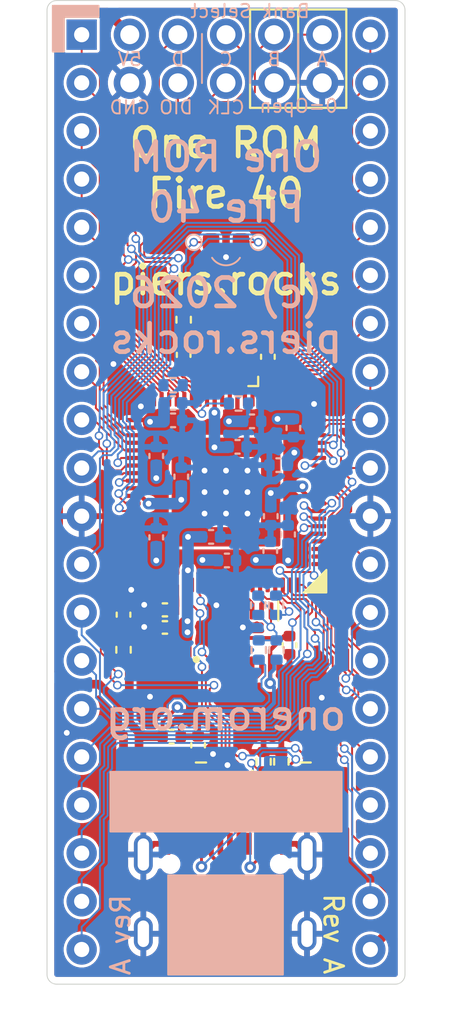
<source format=kicad_pcb>
(kicad_pcb (version 20241229) (generator "pcbnew") (generator_version "9.0")
  (layers (0 "F.Cu" signal) (2 "B.Cu" signal) (13 "F.Paste" user) (15 "B.Paste" user) (5 "F.SilkS" user "F.Silkscreen") (7 "B.SilkS" user "B.Silkscreen") (1 "F.Mask" user) (3 "B.Mask" user) (25 "Edge.Cuts" user))
  (net 0 "")
  (net 1 "Net-(U1-VREG_AVDD)")
  (net 2 "GND")
  (net 3 "+5V")
  (net 4 "+3V3")
  (net 5 "+1V1")
  (net 6 "SEL_D")
  (net 7 "SEL_C")
  (net 8 "A2")
  (net 9 "Net-(U1-XIN)")
  (net 10 "Net-(U1-XOUT)")
  (net 11 "BOOT")
  (net 12 "A0")
  (net 13 "A8")
  (net 14 "D1")
  (net 15 "D4")
  (net 16 "A11")
  (net 17 "D2")
  (net 18 "A12")
  (net 19 "RUN")
  (net 20 "D5")
  (net 21 "VHOST")
  (net 22 "Net-(U1-VREG_LX)")
  (net 23 "QSPI_SS")
  (net 24 "D6")
  (net 25 "QSPI_SD3")
  (net 26 "A9")
  (net 27 "A4")
  (net 28 "D3")
  (net 29 "QSPI_SD1")
  (net 30 "A3")
  (net 31 "A1")
  (net 32 "D7")
  (net 33 "A7")
  (net 34 "A5")
  (net 35 "A10")
  (net 36 "QSPI_SD0")
  (net 37 "QSPI_SCLK")
  (net 38 "D0")
  (net 39 "VBUS")
  (net 40 "QSPI_SD2")
  (net 41 "VBUS_DET")
  (net 43 "A6")
  (net 44 "Net-(D1-A)")
  (net 45 "Net-(C19-Pad1)")
  (net 46 "LED0")
  (net 48 "SEL_B")
  (net 49 "SEL_A")
  (net 50 "D-")
  (net 51 "D+")
  (net 52 "Net-(J1-D+-PadA6)")
  (net 53 "Net-(J1-D--PadA7)")
  (net 54 "Net-(J1-CC1)")
  (net 55 "Net-(J1-CC2)")
  (net 57 "~{OE}")
  (net 58 "A13")
  (net 59 "~{CE}")
  (net 60 "A15")
  (net 61 "A14")
  (net 62 "D11")
  (net 64 "D14")
  (net 66 "~{BYTE}")
  (net 67 "A17")
  (net 68 "D8")
  (net 69 "D9")
  (net 70 "D12")
  (net 71 "D15{slash}A-1")
  (net 72 "Net-(U5-~{CS})")
  (net 74 "A16")
  (net 75 "D10")
  (net 76 "D13")
  (net 77 "QMI_CS1n")
  (footprint "RP2350_60QFN_minimal:C_0402_1005Metric_small_pads" (layer "F.Cu") (at 105.99989 63.031743 180)
    (property "Reference" "C17" (hide yes))
    (property "Value" "4.7uF")
  )
  (footprint "Package_SON:Winbond_USON-8-1EP_3x2mm_P0.5mm_EP0.2x1.6mm" (layer "F.Cu") (at 110.8456 63.5762 -90)
    (property "Reference" "U5" (hide yes))
    (property "Value" "W25Q16JVSS")
  )
  (footprint "Package_TO_SOT_SMD:SOT-23-5" (layer "F.Cu") (at 105.5776 71.3033 90)
    (property "Reference" "U3" (hide yes))
    (property "Value" "AP2112K-3.3")
  )
  (footprint "Resistor_SMD:R_0402_1005Metric" (layer "F.Cu") (at 111.2012 70.104 -90)
    (property "Reference" "R9" (hide yes))
    (property "Value" "5K1")
  )
  (footprint "Resistor_SMD:R_0402_1005Metric" (layer "F.Cu") (at 112.141 70.104 -90)
    (property "Reference" "R10" (hide yes))
    (property "Value" "5K1")
  )
  (footprint "Capacitor_SMD:C_0402_1005Metric" (layer "F.Cu") (at 111.4298 48.7426 90)
    (property "Reference" "C18" (hide yes))
    (property "Value" "15pF")
  )
  (footprint "RP2350_60QFN_minimal:L_pol_2016" (layer "F.Cu") (at 106.3496 64.708143 180)
    (property "Reference" "L1" (hide yes))
    (property "Value" "3.3u")
  )
  (footprint "RP2350_60QFN_minimal:C_0402_1005Metric_small_pads" (layer "F.Cu") (at 105.99989 62.091943 180)
    (property "Reference" "C16" (hide yes))
    (property "Value" "4.7uF")
  )
  (footprint "Diode_SMD:D_SOD-323" (layer "F.Cu") (at 107.8992 71.755 -90)
    (property "Reference" "D3" (hide yes))
    (property "Value" "1N5819WS")
  )
  (footprint "Connector_PinHeader_2.54mm:PinHeader_1x02_P2.54mm_Vertical" (layer "F.Cu") (at 104.14 31.75)
    (property "Reference" "J3" (hide yes))
    (property "Value" "Conn_01x02_Pin")
  )
  (footprint "Resistor_SMD:R_0402_1005Metric" (layer "F.Cu") (at 111.2012 72.4154 -90)
    (property "Reference" "R7" (hide yes))
    (property "Value" "10K")
  )
  (footprint "Diode_SMD:D_SOD-323" (layer "F.Cu") (at 113.411 71.755 -90)
    (property "Reference" "D2" (hide yes))
    (property "Value" "1N5819WS")
  )
  (footprint "Package_TO_SOT_SMD:SOT-666" (layer "F.Cu") (at 109.6305 71.8448 -90)
    (property "Reference" "U4" (hide yes))
    (property "Value" "USBLC6-2P6")
  )
  (footprint "Resistor_SMD:R_0402_1005Metric" (layer "F.Cu") (at 106.9848 46.7868 -90)
    (property "Reference" "R6" (hide yes))
    (property "Value" "1K")
  )
  (footprint "Capacitor_SMD:C_0402_1005Metric" (layer "F.Cu") (at 106.3498 68.7832)
    (property "Reference" "C2" (hide yes))
    (property "Value" "4.7uF")
  )
  (footprint "Capacitor_SMD:C_0402_1005Metric" (layer "F.Cu") (at 107.7468 69.2404 90)
    (property "Reference" "C1" (hide yes))
    (property "Value" "4.7uF")
  )
  (footprint "Capacitor_SMD:C_0402_1005Metric" (layer "F.Cu") (at 106.9848 48.641 -90)
    (property "Reference" "C19" (hide yes))
    (property "Value" "15pF")
  )
  (footprint "piers footprints:PinHeader_2x04_P2.54mm_Vertical custom silkscreen" (layer "F.Cu") (at 114.3 31.75 -90)
    (property "Reference" "J2" (hide yes))
    (property "Value" "Conn_02x04_Odd_Even" (hide yes))
  )
  (footprint "Resistor_SMD:R_0402_1005Metric" (layer "F.Cu") (at 103.81 64.1981 -90)
    (property "Reference" "R4" (hide yes))
    (property "Value" "33R")
  )
  (footprint "Resistor_SMD:R_0402_1005Metric" (layer "F.Cu") (at 112.141 72.4154 -90)
    (property "Reference" "R8" (hide yes))
    (property "Value" "10K")
  )
  (footprint "Crystal:Crystal_SMD_Abracon_ABM8G-4Pin_3.2x2.5mm" (layer "F.Cu") (at 109.2082 48.2268 90)
    (property "Reference" "Y1" (hide yes))
    (property "Value" "Crystal_GND24")
  )
  (footprint "piers retro:2x20 dip pin output 600mil centres" (layer "F.Cu") (at 101.6 31.75)
    (property "Reference" "U2" (hide yes))
    (property "Value" "Conn_02x20_Counter_Clockwise")
  )
  (footprint "Capacitor_SMD:C_0402_1005Metric" (layer "F.Cu") (at 112.5728 63.9572 -90)
    (property "Reference" "C14" (hide yes))
    (property "Value" "0.1uF")
  )
  (footprint "Capacitor_SMD:C_0402_1005Metric" (layer "F.Cu") (at 103.8098 62.3466 90)
    (property "Reference" "C15" (hide yes))
    (property "Value" "4.7uF")
  )
  (footprint "RP2350B:RP2350-QFN-80-1EP_10x10_P0.4mm_EP3.4x3.4mm_ThermalVias" (layer "F.Cu") (at 109.22 55.88 180)
    (property "Reference" "U1" (hide yes))
    (property "Value" "RP2350_80QFN")
  )
  (footprint "piers retro footprints:USB_C_connector_c2765186" (layer "F.Cu") (at 109.17555 78.105)
    (property "Reference" "J1" (hide yes))
    (property "Value" "USB_C_Receptacle_USB2.0_16P")
  )
  (footprint "LED_SMD:LED_0603_1608Metric" (layer "F.Cu") (at 109.22 42.6974)
    (property "Reference" "D1" (hide yes))
    (property "Value" "LED_Small")
  )
  (footprint "Capacitor_SMD:C_0402_1005Metric" (layer "B.Cu") (at 106.8578 55.0672 90)
    (property "Reference" "C4" (hide yes))
    (property "Value" "0.1uF")
  )
  (footprint "Capacitor_SMD:C_0402_1005Metric" (layer "B.Cu") (at 111.5568 58.9788 90)
    (property "Reference" "C6" (hide yes))
    (property "Value" "0.1uF")
  )
  (footprint "Resistor_SMD:R_0402_1005Metric" (layer "B.Cu") (at 110.9472 64.2112 90)
    (property "Reference" "R12" (hide yes))
    (property "Value" "DNP")
  )
  (footprint "Capacitor_SMD:C_0402_1005Metric" (layer "B.Cu") (at 111.9886 54.4576 180)
    (property "Reference" "C8" (hide yes))
    (property "Value" "0.1uF")
  )
  (footprint "Capacitor_SMD:C_0402_1005Metric" (layer "B.Cu") (at 109.8296 53.4924)
    (property "Reference" "C3" (hide yes))
    (property "Value" "4.7uF")
  )
  (footprint "Capacitor_SMD:C_0402_1005Metric" (layer "B.Cu") (at 112.4966 58.1152 90)
    (property "Reference" "C11" (hide yes))
    (property "Value" "0.1uF")
  )
  (footprint "Capacitor_SMD:C_0402_1005Metric" (layer "B.Cu") (at 106.426 52.0954)
    (property "Reference" "C20" (hide yes))
    (property "Value" "0.1uF")
  )
  (footprint "Resistor_SMD:R_0402_1005Metric" (layer "B.Cu") (at 111.887 64.2112 90)
    (property "Reference" "R3" (hide yes))
    (property "Value" "10K")
  )
  (footprint "Resistor_SMD:R_0402_1005Metric" (layer "B.Cu") (at 111.8616 61.849 90)
    (property "Reference" "R2" (hide yes))
    (property "Value" "1K")
  )
  (footprint "Capacitor_SMD:C_0402_1005Metric" (layer "B.Cu") (at 112.776 52.4992 -90)
    (property "Reference" "C7" (hide yes))
    (property "Value" "4.7uF")
  )
  (footprint "Capacitor_SMD:C_0402_1005Metric" (layer "B.Cu") (at 108.4326 58.2422)
    (property "Reference" "C5" (hide yes))
    (property "Value" "0.1uF")
  )
  (footprint "Resistor_SMD:R_0402_1005Metric" (layer "B.Cu") (at 110.9218 61.849 -90)
    (property "Reference" "R11" (hide yes))
    (property "Value" "0R")
  )
  (footprint "Capacitor_SMD:C_0402_1005Metric" (layer "B.Cu") (at 106.426 51.181)
    (property "Reference" "C13" (hide yes))
    (property "Value" "4.7uF")
  )
  (footprint "Capacitor_SMD:C_0402_1005Metric" (layer "B.Cu") (at 109.2682 59.4868)
    (property "Reference" "C10" (hide yes))
    (property "Value" "0.1uF")
  )
  (footprint "Capacitor_SMD:C_0402_1005Metric" (layer "B.Cu") (at 110.5942 52.1462)
    (property "Reference" "C21" (hide yes))
    (property "Value" "0.1uF")
  )
  (footprint "Capacitor_SMD:C_0402_1005Metric" (layer "B.Cu") (at 111.5822 57.15 -90)
    (property "Reference" "C22" (hide yes))
    (property "Value" "0.1uF")
  )
  (footprint "Resistor_SMD:R_0402_1005Metric" (layer "B.Cu") (at 109.8804 51.2064)
    (property "Reference" "R1" (hide yes))
    (property "Value" "10K")
  )
  (footprint "Capacitor_SMD:C_0402_1005Metric" (layer "B.Cu") (at 105.537 58.2676 90)
    (property "Reference" "C12" (hide yes))
    (property "Value" "0.1uF")
  )
  (footprint "Capacitor_SMD:C_0402_1005Metric" (layer "B.Cu") (at 105.537 53.975 90)
    (property "Reference" "C9" (hide yes))
    (property "Value" "0.1uF")
  )
  (footprint "Resistor_SMD:R_0402_1005Metric" (layer "B.Cu") (at 106.426 50.2412 180)
    (property "Reference" "R5" (hide yes))
    (property "Value" "1K")
  )
  (gr_poly (pts (xy 105.093273 62.206502) (xy 104.6986 62.0803) (xy 104.6986 61.7247) (xy 104.83995 61.6231) (xy 105.0796 61.6231) (xy 105.260019 61.604508) (xy 105.74 61.4199) (xy 105.7908 61.3945) (xy 105.365369 61.934406)) (stroke (width 0.2)) (fill yes) (layer "F.Cu") (net 2))
  (gr_poly (pts (xy 105.99989 63.405732) (xy 105.79669 63.583532) (xy 105.5622 63.608932) (xy 105.3844 63.888332) (xy 105.3844 64.5187) (xy 105.5876 64.605249) (xy 105.99989 63.910375)) (stroke (width 0.2)) (fill yes) (layer "F.Cu") (net 22))
  (gr_poly (pts (xy 105.486 61.6739) (xy 105.0796 61.6739) (xy 104.7748 61.9533) (xy 104.6986 62.0803) (xy 104.6986 63.0455) (xy 104.9018 63.1979) (xy 105.232 63.1979) (xy 105.613 63.1979) (xy 105.613 61.6231)) (stroke (width 0.2)) (fill yes) (layer "F.Cu") (net 2))
  (gr_poly (pts (xy 106.754037 64.308765) (xy 106.439479 63.8329) (xy 106.379969 63.282199) (xy 106.677837 63.165765) (xy 107.389893 63.323793) (xy 107.2894 63.8583)) (stroke (width 0.2)) (fill yes) (layer "F.Cu") (net 5))
  (gr_poly (pts (xy 106.634773 61.1405) (xy 106.6544 61.585) (xy 106.6544 61.9025) (xy 106.375 61.880197) (xy 106.628214 61.5734)) (stroke (width 0.2)) (fill yes) (layer "F.Cu") (net 4))
  (gr_line (start 106.1083 63.3503) (end 105.8797 63.3503) (stroke (width 0.127)) (layer "F.SilkS"))
  (gr_poly (pts (xy 100.076 30.226) (xy 102.489 30.226) (xy 102.489 30.8102) (xy 100.6602 30.8102) (xy 100.6602 32.639) (xy 100.076 32.639)) (stroke (width 0.1)) (fill yes) (layer "F.SilkS"))
  (gr_line (start 106.1083 62.4359) (end 105.8797 62.4359) (stroke (width 0.127)) (layer "F.SilkS"))
  (gr_line (start 106.1083 61.7501) (end 105.8797 61.7501) (stroke (width 0.127)) (layer "F.SilkS"))
  (gr_line (start 106.1083 62.6899) (end 105.8797 62.6899) (stroke (width 0.127)) (layer "F.SilkS"))
  (gr_line (start 107.95 31.7104) (end 107.95 34.3012) (stroke (width 0.1)) (layer "B.SilkS"))
  (gr_arc (start 109.956499 43.520316) (mid 109.22 43.9166) (end 108.484435 43.518586) (stroke (width 0.1)) (layer "B.SilkS"))
  (gr_rect (start 106.16565 76.0984) (end 112.22355 81.3308) (stroke (width 0.1)) (fill yes) (layer "B.SilkS"))
  (gr_circle (center 107.5182 42.704482) (end 107.9246 42.628282) (stroke (width 0.1)) (fill no) (layer "B.SilkS"))
  (gr_line (start 110.49 31.7104) (end 110.49 34.3012) (stroke (width 0.1)) (layer "B.SilkS"))
  (gr_line (start 113.03 31.7104) (end 113.03 34.3012) (stroke (width 0.1)) (layer "B.SilkS"))
  (gr_rect (start 103.11765 70.6374) (end 115.32235 73.787) (stroke (width 0.1)) (fill yes) (layer "B.SilkS"))
  (gr_poly (pts (xy 100.076 30.226) (xy 100.076 32.639) (xy 100.6602 32.639) (xy 100.6602 30.8102) (xy 102.489 30.8102) (xy 102.489 30.226)) (stroke (width 0.1)) (fill yes) (layer "B.SilkS"))
  (gr_circle (center 110.9218 42.704482) (end 111.3282 42.628282) (stroke (width 0.1)) (fill no) (layer "B.SilkS"))
  (gr_line (start 118.6688 30.4546) (end 118.6688 81.3308) (stroke (width 0.05)) (layer "Edge.Cuts"))
  (gr_arc (start 118.1608 29.9466) (mid 118.52001 30.09539) (end 118.6688 30.4546) (stroke (width 0.05)) (layer "Edge.Cuts"))
  (gr_line (start 100.27899 29.9466) (end 118.1608 29.9466) (stroke (width 0.05)) (layer "Edge.Cuts"))
  (gr_arc (start 99.77099 30.4546) (mid 99.91978 30.09539) (end 100.27899 29.9466) (stroke (width 0.05)) (layer "Edge.Cuts"))
  (gr_arc (start 118.6688 81.3308) (mid 118.520014 81.690017) (end 118.1608 81.8388) (stroke (width 0.05)) (layer "Edge.Cuts"))
  (gr_line (start 99.7712 81.3308) (end 99.77099 30.4546) (stroke (width 0.05)) (layer "Edge.Cuts"))
  (gr_arc (start 100.2792 81.8388) (mid 99.919993 81.69001) (end 99.7712 81.3308) (stroke (width 0.05)) (layer "Edge.Cuts"))
  (gr_line (start 118.1608 81.8388) (end 100.2792 81.8388) (stroke (width 0.05)) (layer "Edge.Cuts"))
  (gr_text "Rev A" (at 114.8842 81.407 -90) (layer "F.SilkS") (effects (font (size 1 1)) (justify right)))
  (gr_text "Fire 40" (at 109.22 40.132 0) (layer "F.SilkS") (effects (font (size 1.5 1.5) (thickness 0.25) (bold yes))))
  (gr_text "piers.rocks" (at 109.22 44.704 0) (layer "F.SilkS") (effects (font (size 1.5 1.5) (thickness 0.25) (bold yes))))
  (gr_text "One ROM" (at 109.22 37.465 0) (layer "F.SilkS") (effects (font (size 1.5 1.5) (thickness 0.25) (bold yes))))
  (gr_text "DIO" (at 106.5784 35.5854 0) (layer "B.SilkS") (effects (font (size 0.7 0.7) (thickness 0.1)) (justify mirror)))
  (gr_text "GND" (at 104.14 35.5854 0) (layer "B.SilkS") (effects (font (size 0.7 0.7) (thickness 0.1)) (justify mirror)))
  (gr_text "(c) 2026\npiers.rocks" (at 109.22 46.5836 0) (layer "B.SilkS") (effects (font (size 1.5 1.5) (thickness 0.25) (bold yes)) (justify mirror)))
  (gr_text "B" (at 111.76 33.0454 0) (layer "B.SilkS") (effects (font (size 0.7 0.7) (thickness 0.1)) (justify mirror)))
  (gr_text "Bank Select" (at 110.49 30.5054 0) (layer "B.SilkS") (effects (font (size 0.7 0.7) (thickness 0.1)) (justify mirror)))
  (gr_text "onerom.org" (at 109.22 67.6656 0) (layer "B.SilkS") (effects (font (size 1.5 1.5) (thickness 0.25) (bold yes)) (justify mirror)))
  (gr_text "5V" (at 104.14 33.0454 0) (layer "B.SilkS") (effects (font (size 0.7 0.7) (thickness 0.1)) (justify mirror)))
  (gr_text "A" (at 114.3 33.0454 0) (layer "B.SilkS") (effects (font (size 0.7 0.7) (thickness 0.1)) (justify mirror)))
  (gr_text "C" (at 109.22 33.0454 0) (layer "B.SilkS") (effects (font (size 0.7 0.7) (thickness 0.1)) (justify mirror)))
  (gr_text "CLK" (at 109.22 35.5854 0) (layer "B.SilkS") (effects (font (size 0.7 0.7) (thickness 0.1)) (justify mirror)))
  (gr_text "D" (at 106.68 33.0454 0) (layer "B.SilkS") (effects (font (size 0.7 0.7) (thickness 0.1)) (justify mirror)))
  (gr_text "Fire 40" (at 109.22 40.8686 -0) (layer "B.SilkS") (effects (font (size 1.5 1.5) (thickness 0.25) (bold yes)) (justify mirror)))
  (gr_text "One ROM" (at 109.22 38.2016 -0) (layer "B.SilkS") (effects (font (size 1.5 1.5) (thickness 0.25) (bold yes)) (justify mirror)))
  (gr_text "0=Open" (at 113.0554 35.5092 0) (layer "B.SilkS") (effects (font (size 0.7 0.7) (thickness 0.1)) (justify mirror)))
  (gr_text "Rev A" (at 103.6574 81.4578 90) (layer "B.SilkS") (effects (font (size 1 1)) (justify right mirror)))
  (segment (start 104.617937 61.339237) (end 104.3492 61.607975) (width 0.1524) (layer "F.Cu") (net 1))
  (segment (start 105.4292 60.8076) (end 104.9526 61.2842) (width 0.1524) (layer "F.Cu") (net 1))
  (segment (start 104.9526 61.2842) (end 104.951348 61.282948) (width 0.1524) (layer "F.Cu") (net 1))
  (segment (start 104.674226 61.282948) (end 104.617937 61.339237) (width 0.1524) (layer "F.Cu") (net 1))
  (segment (start 104.617937 61.339237) (end 104.3492 61.607974) (width 0.1524) (layer "F.Cu") (net 1))
  (segment (start 103.8098 62.8266) (end 103.8098 63.7162) (width 0.1524) (layer "F.Cu") (net 1))
  (segment (start 104.951348 61.282948) (end 104.674226 61.282948) (width 0.1524) (layer "F.Cu") (net 1))
  (segment (start 104.3492 61.607975) (end 104.3492 61.9252) (width 0.1524) (layer "F.Cu") (net 1))
  (segment (start 104.3492 61.9252) (end 104.3492 62.2872) (width 0.1524) (layer "F.Cu") (net 1))
  (segment (start 104.3492 62.2872) (end 103.8098 62.8266) (width 0.1524) (layer "F.Cu") (net 1))
  (segment (start 112.52555 74.435) (end 112.93055 74.435) (width 0.3048) (layer "F.Cu") (net 2))
  (segment (start 106.779 49.121) (end 106.299 48.641) (width 0.3048) (layer "F.Cu") (net 2))
  (segment (start 105.1558 62.02267) (end 105.1558 62.4359) (width 0.2286) (layer "F.Cu") (net 2))
  (segment (start 106.9848 49.121) (end 106.779 49.121) (width 0.3048) (layer "F.Cu") (net 2))
  (segment (start 108.1524 49.121) (end 108.3582 49.3268) (width 0.3048) (layer "F.Cu") (net 2))
  (segment (start 105.5776 73.6194) (end 105.5624 73.6346) (width 0.4572) (layer "F.Cu") (net 2))
  (segment (start 110.0956 63.004) (end 110.109 63.0174) (width 0.1016) (layer "F.Cu") (net 2))
  (segment (start 106.9848 49.121) (end 108.1524 49.121) (width 0.3048) (layer "F.Cu") (net 2))
  (segment (start 105.82555 74.435) (end 105.82555 73.89775) (width 0.3048) (layer "F.Cu") (net 2))
  (segment (start 105.82555 73.89775) (end 105.5776 73.6498) (width 0.3048) (layer "F.Cu") (net 2))
  (segment (start 105.82555 74.435) (end 105.42055 74.435) (width 0.3048) (layer "F.Cu") (net 2))
  (segment (start 106.12555 73.84215) (end 105.5776 73.2942) (width 0.3048) (layer "F.Cu") (net 2))
  (segment (start 105.5776 73.6498) (end 105.5624 73.6346) (width 0.3048) (layer "F.Cu") (net 2))
  (segment (start 105.5776 72.4408) (end 105.5776 73.2942) (width 0.4572) (layer "F.Cu") (net 2))
  (segment (start 105.5776 72.4408) (end 105.5776 73.6194) (width 0.4572) (layer "F.Cu") (net 2))
  (segment (start 105.1558 62.4105) (end 104.7494 62.8169) (width 0.1524) (layer "F.Cu") (net 2))
  (segment (start 112.93055 74.435) (end 113.49555 75) (width 0.3048) (layer "F.Cu") (net 2))
  (segment (start 109.2962 70.2818) (end 109.6305 70.6161) (width 0.3048) (layer "F.Cu") (net 2))
  (segment (start 106.12555 74.435) (end 106.12555 73.84215) (width 0.3048) (layer "F.Cu") (net 2))
  (segment (start 110.0956 62.1512) (end 110.0956 63.004) (width 0.1016) (layer "F.Cu") (net 2))
  (segment (start 109.6305 70.6161) (end 109.6305 70.9198) (width 0.3048) (layer "F.Cu") (net 2))
  (segment (start 105.42055 74.435) (end 104.85555 75) (width 0.3048) (layer "F.Cu") (net 2))
  (via (at 109.2962 70.2818) (size 0.6096) (drill 0.3048) (layers "F.Cu" "B.Cu") (net 2))
  (via (at 114.2746 66.7258) (size 0.6096) (drill 0.3048) (layers "F.Cu" "B.Cu") (net 2))
  (via (at 113.8682 51.2318) (size 0.6096) (drill 0.3048) (layers "F.Cu" "B.Cu") (net 2))
  (via (at 103.2764 49.1236) (size 0.6096) (drill 0.3048) (layers "F.Cu" "B.Cu") (net 2))
  (via (at 104.2162 61.0362) (size 0.6096) (drill 0.3048) (layers "F.Cu" "B.Cu") (net 2))
  (via (at 100.8126 68.58) (size 0.6096) (drill 0.3048) (layers "F.Cu" "B.Cu") (net 2))
  (via (at 104.7242 51.3588) (size 0.6096) (drill 0.3048) (layers "F.Cu" "B.Cu") (net 2))
  (via (at 108.712 61.849) (size 0.6096) (drill 0.3048) (layers "F.Cu" "B.Cu") (net 2))
  (via (at 108.5342 69.6976) (size 0.6096) (drill 0.3048) (layers "F.Cu" "B.Cu") (net 2))
  (via (at 110.109 63.0174) (size 0.6096) (drill 0.3048) (layers "F.Cu" "B.Cu") (net 2))
  (via (at 109.22 43.4848) (size 0.6096) (drill 0.3048) (layers "F.Cu" "B.Cu") (net 2))
  (via (at 105.2068 66.675) (size 0.6096) (drill 0.3048) (layers "F.Cu" "B.Cu") (net 2))
  (via (at 104.9018 62.9947) (size 0.6096) (drill 0.3048) (layers "F.Cu" "B.Cu") (net 2))
  (via (at 104.9018 61.8263) (size 0.6096) (drill 0.3048) (layers "F.Cu" "B.Cu") (net 2))
  (segment (start 112.776 56.4388) (end 113.1179 56.0969) (width 0.2286) (layer "B.Cu") (net 2))
  (segment (start 110.8202 54.2798) (end 110.8202 54.102) (width 0.2286) (layer "B.Cu") (net 2))
  (segment (start 113.6513 56.0969) (end 113.7412 56.007) (width 0.2286) (layer "B.Cu") (net 2))
  (segment (start 110.353333 54.746667) (end 110.8202 54.2798) (width 0.2286) (layer "B.Cu") (net 2))
  (segment (start 112.4966 57.6352) (end 112.4966 56.7182) (width 0.2286) (layer "B.Cu") (net 2))
  (segment (start 110.8202 54.102) (end 110.8202 54.0512) (width 0.2286) (layer "B.Cu") (net 2))
  (segment (start 112.4966 56.7182) (end 112.776 56.4388) (width 0.2286) (layer "B.Cu") (net 2))
  (segment (start 113.1179 56.0969) (end 113.6513 56.0969) (width 0.2286) (layer "B.Cu") (net 2))
  (segment (start 110.8202 54.0512) (end 110.9726 53.8988) (width 0.2286) (layer "B.Cu") (net 2))
  (segment (start 104.14 31.75) (end 102.9472 30.5572) (width 0.4572) (layer "F.Cu") (net 3))
  (segment (start 107.662 71.2724) (end 107.8992 71.0352) (width 0.4572) (layer "F.Cu") (net 3))
  (segment (start 101.0412 66.0146) (end 102.5144 66.0146) (width 0.4572) (layer "F.Cu") (net 3))
  (segment (start 106.5276 71.2978) (end 106.553 71.2724) (width 0.4572) (layer "F.Cu") (net 3))
  (segment (start 106.5276 72.4408) (end 106.5276 71.2978) (width 0.4572) (layer "F.Cu") (net 3))
  (segment (start 102.9472 30.5572) (end 100.71 30.5572) (width 0.4572) (layer "F.Cu") (net 3))
  (segment (start 105.1052 71.2724) (end 104.0892 71.2724) (width 0.4572) (layer "F.Cu") (net 3))
  (segment (start 108.1278 71.2724) (end 108.1321 71.2681) (width 0.4572) (layer "F.Cu") (net 3))
  (segment (start 107.662 71.2724) (end 108.1278 71.2724) (width 0.4572) (layer "F.Cu") (net 3))
  (segment (start 110.8456 71.247) (end 112.4966 71.247) (width 0.4572) (layer "F.Cu") (net 3))
  (segment (start 107.8992 71.0352) (end 108.1321 71.2681) (width 0.4572) (layer "F.Cu") (net 3))
  (segment (start 102.5144 66.0146) (end 103.505 67.0052) (width 0.4572) (layer "F.Cu") (net 3))
  (segment (start 113.0386 70.705) (end 112.4966 71.247) (width 0.4572) (layer "F.Cu") (net 3))
  (segment (start 107.8992 70.705) (end 107.8992 70.2056) (width 0.4572) (layer "F.Cu") (net 3))
  (segment (start 104.6276 71.8108) (end 104.6276 72.4408) (width 0.4572) (layer "F.Cu") (net 3))
  (segment (start 108.492 71.628) (end 110.4646 71.628) (width 0.4572) (layer "F.Cu") (net 3))
  (segment (start 110.4646 71.628) (end 110.8456 71.247) (width 0.4572) (layer "F.Cu") (net 3))
  (segment (start 106.553 71.2724) (end 107.662 71.2724) (width 0.4572) (layer "F.Cu") (net 3))
  (segment (start 113.411 70.705) (end 113.0386 70.705) (width 0.4572) (layer "F.Cu") (net 3))
  (segment (start 103.8098 70.993) (end 104.0892 71.2724) (width 0.4572) (layer "F.Cu") (net 3))
  (segment (start 107.7468 70.0532) (end 107.8992 70.2056) (width 0.4572) (layer "F.Cu") (net 3))
  (segment (start 106.553 71.2724) (end 105.1052 71.2724) (width 0.4572) (layer "F.Cu") (net 3))
  (segment (start 100.381733 65.355133) (end 101.0412 66.0146) (width 0.4572) (layer "F.Cu") (net 3))
  (segment (start 100.381733 30.885467) (end 100.381733 65.355133) (width 0.4572) (layer "F.Cu") (net 3))
  (segment (start 105.1052 71.2724) (end 104.6276 71.75) (width 0.4572) (layer "F.Cu") (net 3))
  (segment (start 103.505 68.3768) (end 103.8098 68.6816) (width 0.4572) (layer "F.Cu") (net 3))
  (segment (start 107.8992 70.705) (end 107.8992 71.0352) (width 0.4572) (layer "F.Cu") (net 3))
  (segment (start 107.7468 69.7204) (end 107.7468 70.0532) (width 0.4572) (layer "F.Cu") (net 3))
  (segment (start 103.505 67.0052) (end 103.505 68.3768) (width 0.4572) (layer "F.Cu") (net 3))
  (segment (start 104.6276 71.75) (end 104.6276 71.8108) (width 0.4572) (layer "F.Cu") (net 3))
  (segment (start 104.0892 71.2724) (end 104.6276 71.8108) (width 0.4572) (layer "F.Cu") (net 3))
  (segment (start 108.1321 71.2681) (end 108.492 71.628) (width 0.4572) (layer "F.Cu") (net 3))
  (segment (start 100.71 30.5572) (end 100.381733 30.885467) (width 0.4572) (layer "F.Cu") (net 3))
  (segment (start 103.8098 68.6816) (end 103.8098 70.993) (width 0.4572) (layer "F.Cu") (net 3))
  (segment (start 109.82 50.9835) (end 109.82 51.654) (width 0.2286) (layer "F.Cu") (net 4))
  (segment (start 106.62 60.7765) (end 106.62 60.1634) (width 0.2286) (layer "F.Cu") (net 4))
  (segment (start 113.6684 54.08) (end 113.3602 53.7718) (width 0.2286) (layer "F.Cu") (net 4))
  (segment (start 104.3235 59.28) (end 104.9492 59.28) (width 0.2286) (layer "F.Cu") (net 4))
  (segment (start 105.8698 68.7832) (end 105.8698 68.0116) (width 0.2032) (layer "F.Cu") (net 4))
  (segment (start 105.8698 68.7832) (end 104.653 68.7832) (width 0.4572) (layer "F.Cu") (net 4))
  (segment (start 112.2908 63.4772) (end 112.5728 63.4772) (width 0.2286) (layer "F.Cu") (net 4))
  (segment (start 114.1165 58.08) (end 113.681177 58.08) (width 0.2286) (layer "F.Cu") (net 4))
  (segment (start 108.22 60.7765) (end 108.22 59.9026) (width 0.2286) (layer "F.Cu") (net 4))
  (segment (start 103.1588 64.0569) (end 103.1588 61.248041) (width 0.381) (layer "F.Cu") (net 4))
  (segment (start 111.5498 65.047) (end 111.5956 65.0012) (width 0.2286) (layer "F.Cu") (net 4))
  (segment (start 108.62 59.9344) (end 108.6612 59.8932) (width 0.2286) (layer "F.Cu") (net 4))
  (segment (start 104.2924 60.325) (end 104.8258 60.325) (width 0.381) (layer "F.Cu") (net 4))
  (segment (start 104.081841 60.325) (end 104.2924 60.325) (width 0.381) (layer "F.Cu") (net 4))
  (segment (start 104.9274 55.626) (end 104.8734 55.68) (width 0.2286) (layer "F.Cu") (net 4))
  (segment (start 111.5498 64.2182) (end 112.2908 63.4772) (width 0.2286) (layer "F.Cu") (net 4))
  (segment (start 105.2068 52.1716) (end 105.1152 52.08) (width 0.2286) (layer "F.Cu") (net 4))
  (segment (start 114.1165 54.08) (end 113.6684 54.08) (width 0.2286) (layer "F.Cu") (net 4))
  (segment (start 105.537 55.4482) (end 105.3592 55.626) (width 0.2286) (layer "F.Cu") (net 4))
  (segment (start 108.62 60.7765) (end 108.62 59.9344) (width 0.2286) (layer "F.Cu") (net 4))
  (segment (start 109.82 51.654) (end 109.8296 51.6636) (width 0.2286) (layer "F.Cu") (net 4))
  (segment (start 104.8734 55.68) (end 104.3235 55.68) (width 0.2286) (layer "F.Cu") (net 4))
  (segment (start 111.82 50.9835) (end 111.82 51.5966) (width 0.2286) (layer "F.Cu") (net 4))
  (segment (start 103.81 64.7081) (end 103.1588 64.0569) (width 0.381) (layer "F.Cu") (net 4))
  (segment (start 105.3592 55.626) (end 104.9274 55.626) (width 0.2286) (layer "F.Cu") (net 4))
  (segment (start 104.8866 59.68) (end 104.902 59.6646) (width 0.2286) (layer "F.Cu") (net 4))
  (segment (start 104.1146 65.0127) (end 104.1146 68.0466) (width 0.4572) (layer "F.Cu") (net 4))
  (segment (start 111.42 60.7765) (end 111.42 59.8522) (width 0.2286) (layer "F.Cu") (net 4))
  (segment (start 103.81 64.7081) (end 104.1146 65.0127) (width 0.4572) (layer "F.Cu") (net 4))
  (segment (start 108.22 59.9026) (end 108.2294 59.8932) (width 0.2286) (layer "F.Cu") (net 4))
  (segment (start 114.1165 58.08) (end 113.7256 58.08) (width 0.2286) (layer "F.Cu") (net 4))
  (segment (start 105.537 55.1434) (end 105.537 55.4482) (width 0.2286) (layer "F.Cu") (net 4))
  (segment (start 104.6276 68.5596) (end 104.6276 68.8086) (width 0.4572) (layer "F.Cu") (net 4))
  (segment (start 113.681177 58.08) (end 113.518977 58.2422) (width 0.2286) (layer "F.Cu") (net 4))
  (segment (start 106.6292 60.8076) (end 106.6292 61.503501) (width 0.2286) (layer "F.Cu") (net 4))
  (segment (start 106.62 60.1634) (end 106.6038 60.1472) (width 0.2286) (layer "F.Cu") (net 4))
  (segment (start 104.8258 60.325) (end 105.029 60.1218) (width 0.381) (layer "F.Cu") (net 4))
  (segment (start 104.9492 59.28) (end 104.9528 59.2836) (width 0.2286) (layer "F.Cu") (net 4))
  (segment (start 105.8698 68.0116) (end 106.6546 67.2268) (width 0.2032) (layer "F.Cu") (net 4))
  (segment (start 103.1588 61.248041) (end 104.081841 60.325) (width 0.381) (layer "F.Cu") (net 4))
  (segment (start 104.3235 59.68) (end 104.8866 59.68) (width 0.2286) (layer "F.Cu") (net 4))
  (segment (start 104.653 68.7832) (end 104.6276 68.8086) (width 0.4572) (layer "F.Cu") (net 4))
  (segment (start 104.1146 68.0466) (end 104.6276 68.5596) (width 0.4572) (layer "F.Cu") (net 4))
  (segment (start 111.42 59.8522) (end 111.4806 59.7916) (width 0.2286) (layer "F.Cu") (net 4))
  (segment (start 105.1152 52.08) (end 104.3235 52.08) (width 0.2286) (layer "F.Cu") (net 4))
  (segment (start 104.6276 68.8086) (end 104.6276 70.1658) (width 0.4572) (layer "F.Cu") (net 4))
  (segment (start 111.5498 65.9638) (end 111.5498 65.047) (width 0.2286) (layer "F.Cu") (net 4))
  (segment (start 111.5498 65.9638) (end 111.5498 64.2182) (width 0.2286) (layer "F.Cu") (net 4))
  (via (at 111.5498 65.9638) (size 0.6096) (drill 0.3048) (layers "F.Cu" "B.Cu") (net 4))
  (via (at 105.2068 52.1716) (size 0.6096) (drill 0.3048) (layers "F.Cu" "B.Cu") (net 4))
  (via (at 112.4966 59.4868) (size 0.6096) (drill 0.3048) (layers "F.Cu" "B.Cu") (net 4))
  (via (at 110.7948 59.4614) (size 0.6096) (drill 0.3048) (layers "F.Cu" "B.Cu") (net 4))
  (via (at 109.3724 52.1462) (size 0.6096) (drill 0.3048) (layers "F.Cu" "B.Cu") (net 4))
  (via (at 106.6546 67.2268) (size 0.6096) (drill 0.3048) (layers "F.Cu" "B.Cu") (net 4))
  (via (at 111.9378 52.0192) (size 0.6096) (drill 0.3048) (layers "F.Cu" "B.Cu") (net 4))
  (via (at 107.9754 59.4614) (size 0.6096) (drill 0.3048) (layers "F.Cu" "B.Cu") (net 4))
  (via (at 112.8268 53.7972) (size 0.6096) (drill 0.3048) (layers "F.Cu" "B.Cu") (net 4))
  (via (at 105.537 55.1434) (size 0.6096) (drill 0.3048) (layers "F.Cu" "B.Cu") (net 4))
  (via (at 105.537 59.4868) (size 0.6096) (drill 0.3048) (layers "F.Cu" "B.Cu") (net 4))
  (segment (start 111.752 67.008176) (end 111.752 66.166) (width 0.2032) (layer "B.Cu") (net 4))
  (segment (start 110.1142 52.1462) (end 109.3724 52.1462) (width 0.6096) (layer "B.Cu") (net 4))
  (segment (start 112.4966 59.4868) (end 112.4966 58.5952) (width 0.6096) (layer "B.Cu") (net 4))
  (segment (start 110.3904 51.2064) (end 110.3904 51.87) (width 0.2286) (layer "B.Cu") (net 4))
  (segment (start 111.76 64.8482) (end 111.887 64.7212) (width 0.2032) (layer "B.Cu") (net 4))
  (segment (start 107.9754 59.4614) (end 108.7628 59.4614) (width 0.6096) (layer "B.Cu") (net 4))
  (segment (start 112.776 52.0192) (end 111.9378 52.0192) (width 0.6096) (layer "B.Cu") (net 4))
  (segment (start 105.946 52.1716) (end 105.946 51.2572) (width 0.6096) (layer "B.Cu") (net 4))
  (segment (start 110.3904 51.87) (end 110.1142 52.1462) (width 0.2286) (layer "B.Cu") (net 4))
  (segment (start 106.936 50.2412) (end 106.8858 50.2412) (width 0.2286) (layer "B.Cu") (net 4))
  (segment (start 111.5498 65.439012) (end 111.76 65.228812) (width 0.2032) (layer "B.Cu") (net 4))
  (segment (start 108.7628 59.4614) (end 108.7882 59.4868) (width 0.6096) (layer "B.Cu") (net 4))
  (segment (start 105.537 58.7476) (end 105.537 59.4868) (width 0.6096) (layer "B.Cu") (net 4))
  (segment (start 112.776 52.0192) (end 111.9632 52.0192) (width 0.6096) (layer "B.Cu") (net 4))
  (segment (start 106.8568 67.429) (end 111.331176 67.429) (width 0.2032) (layer "B.Cu") (net 4))
  (segment (start 105.946 52.0954) (end 105.946 51.181) (width 0.6096) (layer "B.Cu") (net 4))
  (segment (start 111.5542 59.4614) (end 111.5568 59.4588) (width 0.6096) (layer "B.Cu") (net 4))
  (segment (start 112.4686 54.1554) (end 112.8268 53.7972) (width 0.6096) (layer "B.Cu") (net 4))
  (segment (start 105.4816 54.5104) (end 105.537 54.455) (width 0.2286) (layer "B.Cu") (net 4))
  (segment (start 111.76 65.228812) (end 111.76 64.8482) (width 0.2032) (layer "B.Cu") (net 4))
  (segment (start 111.5498 65.9638) (end 111.5498 65.439012) (width 0.2032) (layer "B.Cu") (net 4))
  (segment (start 106.6546 67.2268) (end 106.8568 67.429) (width 0.2032) (layer "B.Cu") (net 4))
  (segment (start 105.8698 52.1716) (end 105.946 52.0954) (width 0.2286) (layer "B.Cu") (net 4))
  (segment (start 111.331176 67.429) (end 111.752 67.008176) (width 0.2032) (layer "B.Cu") (net 4))
  (segment (start 105.2068 52.1716) (end 105.8698 52.1716) (width 0.2286) (layer "B.Cu") (net 4))
  (segment (start 112.4686 54.4576) (end 112.4686 54.1554) (width 0.6096) (layer "B.Cu") (net 4))
  (segment (start 106.8858 50.2412) (end 105.946 51.181) (width 0.2286) (layer "B.Cu") (net 4))
  (segment (start 110.7948 59.4614) (end 111.5542 59.4614) (width 0.6096) (layer "B.Cu") (net 4))
  (segment (start 111.752 66.166) (end 111.5498 65.9638) (width 0.2032) (layer "B.Cu") (net 4))
  (segment (start 105.537 54.455) (end 105.537 55.1434) (width 0.6096) (layer "B.Cu") (net 4))
  (segment (start 105.2068 52.1716) (end 105.946 52.1716) (width 0.6096) (layer "B.Cu") (net 4))
  (segment (start 107.0292 61.2929) (end 107.0292 62.5313) (width 0.2286) (layer "F.Cu") (net 5))
  (segment (start 107.0292 62.255648) (end 107.211326 62.437774) (width 0.2286) (layer "F.Cu") (net 5))
  (segment (start 107.0292 60.8076) (end 107.0292 61.2929) (width 0.2286) (layer "F.Cu") (net 5))
  (segment (start 108.62 51.6794) (end 108.6104 51.689) (width 0.2286) (layer "F.Cu") (net 5))
  (segment (start 105.1814 56.5404) (end 104.721 56.08) (width 0.2286) (layer "F.Cu") (net 5))
  (segment (start 107.1116 62.6899) (end 106.642323 63.159177) (width 0.6096) (layer "F.Cu") (net 5))
  (segment (start 113.511473 56.08) (end 114.1165 56.08) (width 0.2286) (layer "F.Cu") (net 5))
  (segment (start 107.1878 63.2741) (end 106.757247 63.2741) (width 0.6096) (layer "F.Cu") (net 5))
  (segment (start 107.1878 63.2741) (end 106.724635 63.737265) (width 0.6096) (layer "F.Cu") (net 5))
  (segment (start 107.0292 61.2929) (end 107.0292 62.255648) (width 0.2286) (layer "F.Cu") (net 5))
  (segment (start 107.02 60.195189) (end 107.208973 60.006216) (width 0.2286) (layer "F.Cu") (net 5))
  (segment (start 107.1878 62.6899) (end 107.1116 62.6899) (width 0.6096) (layer "F.Cu") (net 5))
  (segment (start 106.724635 63.737265) (end 106.646974 63.737265) (width 0.6096) (layer "F.Cu") (net 5))
  (segment (start 104.721 56.08) (end 104.3235 56.08) (width 0.2286) (layer "F.Cu") (net 5))
  (segment (start 113.2586 55.827127) (end 113.511473 56.08) (width 0.2286) (layer "F.Cu") (net 5))
  (segment (start 108.62 50.9835) (end 108.62 51.6794) (width 0.2286) (layer "F.Cu") (net 5))
  (segment (start 105.1814 56.642) (end 105.1814 56.5404) (width 0.2286) (layer "F.Cu") (net 5))
  (segment (start 113.2586 55.5752) (end 113.2586 55.827127) (width 0.2286) (layer "F.Cu") (net 5))
  (segment (start 107.0292 62.5313) (end 107.1878 62.6899) (width 0.2286) (layer "F.Cu") (net 5))
  (segment (start 107.02 60.7765) (end 107.02 60.195189) (width 0.2286) (layer "F.Cu") (net 5))
  (via (at 107.1878 63.2741) (size 0.6096) (drill 0.3048) (layers "F.Cu" "B.Cu") (net 5))
  (via (at 111.5822 55.9308) (size 0.6096) (drill 0.3048) (layers "F.Cu" "B.Cu") (net 5))
  (via (at 107.1878 62.6899) (size 0.6096) (drill 0.3048) (layers "F.Cu" "B.Cu") (net 5))
  (via (at 106.8578 56.2864) (size 0.6096) (drill 0.3048) (layers "F.Cu" "B.Cu") (net 5))
  (via (at 108.6104 53.5178) (size 0.6096) (drill 0.3048) (layers "F.Cu" "B.Cu") (net 5))
  (via (at 107.2134 58.2422) (size 0.6096) (drill 0.3048) (layers "F.Cu" "B.Cu") (net 5))
  (via (at 113.2586 55.5752) (size 0.6096) (drill 0.3048) (layers "F.Cu" "B.Cu") (net 5))
  (via (at 107.208973 60.006216) (size 0.6096) (drill 0.3048) (layers "F.Cu" "B.Cu") (net 5))
  (via (at 108.6104 51.689) (size 0.6096) (drill 0.3048) (layers "F.Cu" "B.Cu") (net 5))
  (via (at 105.1306 56.4896) (size 0.6096) (drill 0.3048) (layers "F.Cu" "B.Cu") (net 5))
  (segment (start 112.4458 55.5752) (end 112.0902 55.9308) (width 0.6096) (layer "B.Cu") (net 5))
  (segment (start 108.6104 51.689) (end 108.6104 53.5178) (width 0.6096) (layer "B.Cu") (net 5))
  (segment (start 107.1878 60.027389) (end 107.208973 60.006216) (width 0.6096) (layer "B.Cu") (net 5))
  (segment (start 111.5822 55.9308) (end 111.5822 56.67) (width 0.6096) (layer "B.Cu") (net 5))
  (segment (start 107.1878 63.2741) (end 107.1878 62.6899) (width 0.6096) (layer "B.Cu") (net 5))
  (segment (start 109.3242 53.5178) (end 109.3496 53.4924) (width 0.6096) (layer "B.Cu") (net 5))
  (segment (start 113.2586 55.5752) (end 112.4458 55.5752) (width 0.6096) (layer "B.Cu") (net 5))
  (segment (start 112.0902 55.9308) (end 111.5822 55.9308) (width 0.6096) (layer "B.Cu") (net 5))
  (segment (start 106.8578 56.2864) (end 106.8578 55.5472) (width 0.6096) (layer "B.Cu") (net 5))
  (segment (start 107.2134 60.001789) (end 107.208973 60.006216) (width 0.6096) (layer "B.Cu") (net 5))
  (segment (start 105.1306 56.4896) (end 106.6546 56.4896) (width 0.6096) (layer "B.Cu") (net 5))
  (segment (start 107.1878 62.6899) (end 107.1878 60.027389) (width 0.6096) (layer "B.Cu") (net 5))
  (segment (start 106.6546 56.4896) (end 106.8578 56.2864) (width 0.6096) (layer "B.Cu") (net 5))
  (segment (start 108.6104 53.5178) (end 109.3242 53.5178) (width 0.6096) (layer "B.Cu") (net 5))
  (segment (start 107.2134 58.2422) (end 107.2134 60.001789) (width 0.6096) (layer "B.Cu") (net 5))
  (segment (start 107.9526 58.2422) (end 107.2134 58.2422) (width 0.6096) (layer "B.Cu") (net 5))
  (segment (start 107.459764 35.5102) (end 109.736382 35.5102) (width 0.1016) (layer "F.Cu") (net 6))
  (segment (start 109.736382 35.5102) (end 110.5398 34.706782) (width 0.1016) (layer "F.Cu") (net 6))
  (segment (start 104.6988 43.5102) (end 104.6988 42.8752) (width 0.1016) (layer "F.Cu") (net 6))
  (segment (start 104.220893 41.676707) (end 104.187 41.642815) (width 0.1016) (layer "F.Cu") (net 6))
  (segment (start 104.6988 42.8752) (end 104.902 42.672) (width 0.1016) (layer "F.Cu") (net 6))
  (segment (start 104.9274 43.7388) (end 104.6988 43.5102) (width 0.1016) (layer "F.Cu") (net 6))
  (segment (start 106.4768 44.0944) (end 106.1212 43.7388) (width 0.1016) (layer "F.Cu") (net 6))
  (segment (start 104.902 42.672) (end 104.902 42.357814) (width 0.1016) (layer "F.Cu") (net 6))
  (segment (start 103.9828 40.631081) (end 103.9828 38.987164) (width 0.1016) (layer "F.Cu") (net 6))
  (segment (start 104.3235 56.48) (end 103.933501 56.48) (width 0.1016) (layer "F.Cu") (net 6))
  (segment (start 104.187 40.835281) (end 103.9828 40.631081) (width 0.1016) (layer "F.Cu") (net 6))
  (segment (start 106.1212 43.7388) (end 104.9274 43.7388) (width 0.1016) (layer "F.Cu") (net 6))
  (segment (start 103.5558 56.102299) (end 103.5558 55.9562) (width 0.1016) (layer "F.Cu") (net 6))
  (segment (start 110.5398 34.706782) (end 110.5398 32.9702) (width 0.1016) (layer "F.Cu") (net 6))
  (segment (start 103.9828 38.987164) (end 107.459764 35.5102) (width 0.1016) (layer "F.Cu") (net 6))
  (segment (start 110.5398 32.9702) (end 111.76 31.75) (width 0.1016) (layer "F.Cu") (net 6))
  (segment (start 103.933501 56.48) (end 103.5558 56.102299) (width 0.1016) (layer "F.Cu") (net 6))
  (segment (start 104.902 42.357814) (end 104.220893 41.676707) (width 0.1016) (layer "F.Cu") (net 6))
  (segment (start 104.187 41.642815) (end 104.187 40.835281) (width 0.1016) (layer "F.Cu") (net 6))
  (via (at 103.5558 55.9562) (size 0.4572) (drill 0.3048) (layers "F.Cu" "B.Cu") (net 6))
  (via (at 106.4768 44.0944) (size 0.4572) (drill 0.3048) (layers "F.Cu" "B.Cu") (net 6))
  (segment (start 103.948493 52.611014) (end 103.948493 52.314183) (width 0.1016) (layer "B.Cu") (net 6))
  (segment (start 103.948493 52.314183) (end 103.7786 52.14429) (width 0.1016) (layer "B.Cu") (net 6))
  (segment (start 103.7786 52.14429) (end 103.7786 51.065292) (width 0.1016) (layer "B.Cu") (net 6))
  (segment (start 103.5558 55.9562) (end 103.573151 55.9562) (width 0.1016) (layer "B.Cu") (net 6))
  (segment (start 105.8722 44.6736) (end 106.4514 44.0944) (width 0.1016) (layer "B.Cu") (net 6))
  (segment (start 104.151693 52.814214) (end 103.948493 52.611014) (width 0.1016) (layer "B.Cu") (net 6))
  (segment (start 104.151693 55.377658) (end 104.151693 52.814214) (width 0.1016) (layer "B.Cu") (net 6))
  (segment (start 106.4514 44.0944) (end 106.4768 44.0944) (width 0.1016) (layer "B.Cu") (net 6))
  (segment (start 103.7786 51.065292) (end 105.8722 48.971692) (width 0.1016) (layer "B.Cu") (net 6))
  (segment (start 103.573151 55.9562) (end 104.151693 55.377658) (width 0.1016) (layer "B.Cu") (net 6))
  (segment (start 105.8722 48.971692) (end 105.8722 44.6736) (width 0.1016) (layer "B.Cu") (net 6))
  (segment (start 113.179022 31.75) (end 114.3 31.75) (width 0.1016) (layer "F.Cu") (net 7))
  (segment (start 106.7054 43.5356) (end 105.029 43.5356) (width 0.1016) (layer "F.Cu") (net 7))
  (segment (start 104.187 40.546499) (end 104.187 39.071746) (width 0.1016) (layer "F.Cu") (net 7))
  (segment (start 104.3912 41.262818) (end 104.3912 40.750699) (width 0.1016) (layer "F.Cu") (net 7))
  (segment (start 104.526693 41.693726) (end 104.3912 41.558232) (width 0.1016) (layer "F.Cu") (net 7))
  (segment (start 104.3912 40.750699) (end 104.187 40.546499) (width 0.1016) (layer "F.Cu") (net 7))
  (segment (start 104.3912 41.558232) (end 104.3912 41.262818) (width 0.1016) (layer "F.Cu") (net 7))
  (segment (start 105.029 43.5356) (end 104.903 43.4096) (width 0.1016) (layer "F.Cu") (net 7))
  (segment (start 112.175622 32.7534) (end 113.179022 31.75) (width 0.1016) (layer "F.Cu") (net 7))
  (segment (start 103.6732 55.28) (end 103.5812 55.372) (width 0.1016) (layer "F.Cu") (net 7))
  (segment (start 104.903 42.959782) (end 105.1062 42.756582) (width 0.1016) (layer "F.Cu") (net 7))
  (segment (start 107.544346 35.7144) (end 109.820964 35.7144) (width 0.1016) (layer "F.Cu") (net 7))
  (segment (start 104.3235 55.28) (end 103.6732 55.28) (width 0.1016) (layer "F.Cu") (net 7))
  (segment (start 105.1062 42.273232) (end 104.526693 41.693726) (width 0.1016) (layer "F.Cu") (net 7))
  (segment (start 111.045382 32.7534) (end 112.175622 32.7534) (width 0.1016) (layer "F.Cu") (net 7))
  (segment (start 105.1062 42.756582) (end 105.1062 42.273232) (width 0.1016) (layer "F.Cu") (net 7))
  (segment (start 104.187 39.071746) (end 107.544346 35.7144) (width 0.1016) (layer "F.Cu") (net 7))
  (segment (start 110.744 34.791364) (end 110.744 33.054782) (width 0.1016) (layer "F.Cu") (net 7))
  (segment (start 109.820964 35.7144) (end 110.744 34.791364) (width 0.1016) (layer "F.Cu") (net 7))
  (segment (start 110.744 33.054782) (end 111.045382 32.7534) (width 0.1016) (layer "F.Cu") (net 7))
  (segment (start 104.903 43.4096) (end 104.903 42.959782) (width 0.1016) (layer "F.Cu") (net 7))
  (via (at 103.5812 55.372) (size 0.4572) (drill 0.3048) (layers "F.Cu" "B.Cu") (net 7))
  (via (at 106.7054 43.5356) (size 0.4572) (drill 0.3048) (layers "F.Cu" "B.Cu") (net 7))
  (segment (start 106.7054 43.5356) (end 106.395336 43.5356) (width 0.1016) (layer "B.Cu") (net 7))
  (segment (start 105.668 48.88711) (end 103.5744 50.98071) (width 0.1016) (layer "B.Cu") (net 7))
  (segment (start 103.5744 50.98071) (end 103.5744 52.228872) (width 0.1016) (layer "B.Cu") (net 7))
  (segment (start 106.395336 43.5356) (end 105.668 44.262935) (width 0.1016) (layer "B.Cu") (net 7))
  (segment (start 103.947493 52.898796) (end 103.947493 55.005707) (width 0.1016) (layer "B.Cu") (net 7))
  (segment (start 103.5744 52.228872) (end 103.744293 52.398765) (width 0.1016) (layer "B.Cu") (net 7))
  (segment (start 103.947493 55.005707) (end 103.5812 55.372) (width 0.1016) (layer "B.Cu") (net 7))
  (segment (start 105.668 44.262935) (end 105.668 48.88711) (width 0.1016) (layer "B.Cu") (net 7))
  (segment (start 103.744293 52.398765) (end 103.744293 52.695596) (width 0.1016) (layer "B.Cu") (net 7))
  (segment (start 103.744293 52.695596) (end 103.947493 52.898796) (width 0.1016) (layer "B.Cu") (net 7))
  (segment (start 104.3235 52.88) (end 103.822283 52.88) (width 0.1016) (layer "F.Cu") (net 8))
  (segment (start 102.361 47.751) (end 101.6 46.99) (width 0.1016) (layer "F.Cu") (net 8))
  (segment (start 102.5534 51.363018) (end 102.5534 49.135088) (width 0.1016) (layer "F.Cu") (net 8))
  (segment (start 102.7576 51.815317) (end 102.7576 51.567218) (width 0.1016) (layer "F.Cu") (net 8))
  (segment (start 102.5534 49.135088) (end 102.361 48.942688) (width 0.1016) (layer "F.Cu") (net 8))
  (segment (start 102.7576 51.567218) (end 102.5534 51.363018) (width 0.1016) (layer "F.Cu") (net 8))
  (segment (start 103.822283 52.88) (end 102.7576 51.815317) (width 0.1016) (layer "F.Cu") (net 8))
  (segment (start 102.361 48.942688) (end 102.361 47.751) (width 0.1016) (layer "F.Cu") (net 8))
  (segment (start 109.42 50.9835) (end 109.42 49.965) (width 0.1016) (layer "F.Cu") (net 9))
  (segment (start 111.4298 49.2226) (end 110.1624 49.2226) (width 0.1016) (layer "F.Cu") (net 9))
  (segment (start 110.1624 49.2226) (end 110.0582 49.3268) (width 0.1016) (layer "F.Cu") (net 9))
  (segment (start 109.42 49.965) (end 110.0582 49.3268) (width 0.1016) (layer "F.Cu") (net 9))
  (segment (start 106.9882 46.2734) (end 108.921399 46.2734) (width 0.1016) (layer "F.Cu") (net 10))
  (segment (start 109.129999 46.482) (end 109.129999 50.382001) (width 0.1016) (layer "F.Cu") (net 10))
  (segment (start 109.129999 50.382001) (end 109.02 50.492) (width 0.1016) (layer "F.Cu") (net 10))
  (segment (start 106.9848 46.2768) (end 106.9882 46.2734) (width 0.1016) (layer "F.Cu") (net 10))
  (segment (start 108.921399 46.2734) (end 109.129999 46.482) (width 0.1016) (layer "F.Cu") (net 10))
  (segment (start 109.02 50.492) (end 109.02 50.9835) (width 0.1016) (layer "F.Cu") (net 10))
  (segment (start 104.45866 42.514945) (end 104.45866 42.203257) (width 0.1016) (layer "F.Cu") (net 11))
  (segment (start 109.6518 35.306) (end 110.3356 34.6222) (width 0.1016) (layer "F.Cu") (net 11))
  (segment (start 113.6904 60.0964) (end 112.141 60.0964) (width 0.1016) (layer "F.Cu") (net 11))
  (segment (start 115.2906 53.810496) (end 115.291197 53.809899) (width 0.1016) (layer "F.Cu") (net 11))
  (segment (start 112.141 60.0964) (end 112.0648 60.0202) (width 0.1016) (layer "F.Cu") (net 11))
  (segment (start 113.8682 60.2742) (end 113.6904 60.0964) (width 0.1016) (layer "F.Cu") (net 11))
  (segment (start 115.8748 55.2958) (end 115.291197 54.712197) (width 0.1016) (layer "F.Cu") (net 11))
  (segment (start 115.8748 55.3466) (end 115.8748 55.2958) (width 0.1016) (layer "F.Cu") (net 11))
  (segment (start 107.375182 35.306) (end 109.6518 35.306) (width 0.1016) (layer "F.Cu") (net 11))
  (segment (start 110.3356 34.6222) (end 110.3356 32.8656) (width 0.1016) (layer "F.Cu") (net 11))
  (segment (start 104.45866 42.203257) (end 103.9828 41.727397) (width 0.1016) (layer "F.Cu") (net 11))
  (segment (start 103.7786 38.902582) (end 107.375182 35.306) (width 0.1016) (layer "F.Cu") (net 11))
  (segment (start 110.3356 32.8656) (end 109.22 31.75) (width 0.1016) (layer "F.Cu") (net 11))
  (segment (start 103.7786 40.715663) (end 103.7786 38.902582) (width 0.1016) (layer "F.Cu") (net 11))
  (segment (start 103.9828 40.919863) (end 103.7786 40.715663) (width 0.1016) (layer "F.Cu") (net 11))
  (segment (start 115.291197 54.712197) (end 115.291197 53.809899) (width 0.1016) (layer "F.Cu") (net 11))
  (segment (start 103.9828 41.727397) (end 103.9828 40.919863) (width 0.1016) (layer "F.Cu") (net 11))
  (via (at 115.8748 55.3466) (size 0.4572) (drill 0.3048) (layers "F.Cu" "B.Cu") (net 11))
  (via (at 112.0648 60.0202) (size 0.4572) (drill 0.3048) (layers "F.Cu" "B.Cu") (net 11))
  (via (at 104.45866 42.514945) (size 0.4572) (drill 0.3048) (layers "F.Cu" "B.Cu") (net 11))
  (via (at 113.8682 60.2742) (size 0.4572) (drill 0.3048) (layers "F.Cu" "B.Cu") (net 11))
  (via (at 115.291197 53.809899) (size 0.4572) (drill 0.3048) (layers "F.Cu" "B.Cu") (net 11))
  (segment (start 112.0648 60.0202) (end 112.4936 60.449) (width 0.1016) (layer "B.Cu") (net 11))
  (segment (start 104.946164 43.5102) (end 104.631693 43.195729) (width 0.1016) (layer "B.Cu") (net 11))
  (segment (start 115.291197 53.809899) (end 115.291197 53.559954) (width 0.1016) (layer "B.Cu") (net 11))
  (segment (start 113.071164 47.742364) (end 113.071164 43.396218) (width 0.1016) (layer "B.Cu") (net 11))
  (segment (start 104.631693 42.687978) (end 104.45866 42.514945) (width 0.1016) (layer "B.Cu") (net 11))
  (segment (start 115.2144 56.294449) (end 115.2144 56.1594) (width 0.1016) (layer "B.Cu") (net 11))
  (segment (start 112.3716 61.339) (end 111.8616 61.339) (width 0.1016) (layer "B.Cu") (net 11))
  (segment (start 115.8748 55.499) (end 115.8748 55.3466) (width 0.1016) (layer "B.Cu") (net 11))
  (segment (start 114.976751 56.8716) (end 115.2154 56.632951) (width 0.1016) (layer "B.Cu") (net 11))
  (segment (start 113.8682 58.66952) (end 114.355847 58.181873) (width 0.1016) (layer "B.Cu") (net 11))
  (segment (start 104.631693 43.195729) (end 104.631693 42.687978) (width 0.1016) (layer "B.Cu") (net 11))
  (segment (start 111.353346 41.6784) (end 107.941697 41.6784) (width 0.1016) (layer "B.Cu") (net 11))
  (segment (start 114.355847 58.181873) (end 114.355847 57.205135) (width 0.1016) (layer "B.Cu") (net 11))
  (segment (start 114.355847 57.205135) (end 114.689382 56.8716) (width 0.1016) (layer "B.Cu") (net 11))
  (segment (start 107.095703 41.6774) (end 105.262903 43.5102) (width 0.1016) (layer "B.Cu") (net 11))
  (segment (start 113.8682 60.2742) (end 113.8682 58.66952) (width 0.1016) (layer "B.Cu") (net 11))
  (segment (start 115.2916 53.559551) (end 115.2916 53.222049) (width 0.1016) (layer "B.Cu") (net 11))
  (segment (start 114.689382 56.8716) (end 114.976751 56.8716) (width 0.1016) (layer "B.Cu") (net 11))
  (segment (start 107.940697 41.6774) (end 107.095703 41.6774) (width 0.1016) (layer "B.Cu") (net 11))
  (segment (start 112.4936 60.449) (end 112.4936 61.217) (width 0.1016) (layer "B.Cu") (net 11))
  (segment (start 115.291197 49.962397) (end 113.071164 47.742364) (width 0.1016) (layer "B.Cu") (net 11))
  (segment (start 115.291197 53.559954) (end 115.2916 53.559551) (width 0.1016) (layer "B.Cu") (net 11))
  (segment (start 115.2154 56.295449) (end 115.2144 56.294449) (width 0.1016) (layer "B.Cu") (net 11))
  (segment (start 105.262903 43.5102) (end 104.946164 43.5102) (width 0.1016) (layer "B.Cu") (net 11))
  (segment (start 115.291197 53.221646) (end 115.291197 49.962397) (width 0.1016) (layer "B.Cu") (net 11))
  (segment (start 113.071164 43.396218) (end 111.353346 41.6784) (width 0.1016) (layer "B.Cu") (net 11))
  (segment (start 115.2154 56.632951) (end 115.2154 56.295449) (width 0.1016) (layer "B.Cu") (net 11))
  (segment (start 107.941697 41.6784) (end 107.940697 41.6774) (width 0.1016) (layer "B.Cu") (net 11))
  (segment (start 115.2916 53.222049) (end 115.291197 53.221646) (width 0.1016) (layer "B.Cu") (net 11))
  (segment (start 115.2144 56.1594) (end 115.8748 55.499) (width 0.1016) (layer "B.Cu") (net 11))
  (segment (start 112.4936 61.217) (end 112.3716 61.339) (width 0.1016) (layer "B.Cu") (net 11))
  (segment (start 102.252351 52.07) (end 101.6 52.07) (width 0.1016) (layer "F.Cu") (net 12))
  (segment (start 104.3235 53.68) (end 103.862351 53.68) (width 0.1016) (layer "F.Cu") (net 12))
  (segment (start 103.862351 53.68) (end 102.252351 52.07) (width 0.1016) (layer "F.Cu") (net 12))
  (segment (start 114.8538 47.243508) (end 114.8538 44.99229) (width 0.1016) (layer "F.Cu") (net 13))
  (segment (start 115.0698 42.525072) (end 115.274 42.320872) (width 0.1016) (layer "F.Cu") (net 13))
  (segment (start 115.6706 37.421836) (end 115.6706 36.362306) (width 0.1016) (layer "F.Cu") (net 13))
  (segment (start 113.689908 48.4074) (end 114.8538 47.243508) (width 0.1016) (layer "F.Cu") (net 13))
  (segment (start 115.274 40.069654) (end 115.4664 39.877254) (width 0.1016) (layer "F.Cu") (net 13))
  (segment (start 115.4664 37.626036) (end 115.6706 37.421836) (width 0.1016) (layer "F.Cu") (net 13))
  (segment (start 115.6706 36.362306) (end 115.8748 36.158106) (width 0.1016) (layer "F.Cu") (net 13))
  (segment (start 110.22 50.9835) (end 110.22 50.689) (width 0.1016) (layer "F.Cu") (net 13))
  (segment (start 116.84 32.9184) (end 116.84 31.75) (width 0.1016) (layer "F.Cu") (net 13))
  (segment (start 115.274 42.320872) (end 115.274 40.069654) (width 0.1016) (layer "F.Cu") (net 13))
  (segment (start 111.2276 49.6814) (end 111.850472 49.6814) (width 0.1016) (layer "F.Cu") (net 13))
  (segment (start 115.8748 36.158106) (end 115.8748 33.8836) (width 0.1016) (layer "F.Cu") (net 13))
  (segment (start 114.8538 44.99229) (end 115.0698 44.77629) (width 0.1016) (layer "F.Cu") (net 13))
  (segment (start 110.22 50.689) (end 111.2276 49.6814) (width 0.1016) (layer "F.Cu") (net 13))
  (segment (start 113.124472 48.4074) (end 113.689908 48.4074) (width 0.1016) (layer "F.Cu") (net 13))
  (segment (start 115.8748 33.8836) (end 116.84 32.9184) (width 0.1016) (layer "F.Cu") (net 13))
  (segment (start 115.4664 39.877254) (end 115.4664 37.626036) (width 0.1016) (layer "F.Cu") (net 13))
  (segment (start 115.0698 44.77629) (end 115.0698 42.525072) (width 0.1016) (layer "F.Cu") (net 13))
  (segment (start 111.850472 49.6814) (end 113.124472 48.4074) (width 0.1016) (layer "F.Cu") (net 13))
  (segment (start 113.5116 63.144733) (end 113.5116 64.4134) (width 0.1016) (layer "F.Cu") (net 14))
  (segment (start 113.247428 61.5241) (end 113.251728 61.5198) (width 0.1016) (layer "F.Cu") (net 14))
  (segment (start 112.6035 61.5241) (end 113.247428 61.5241) (width 0.1016) (layer "F.Cu") (net 14))
  (segment (start 112.22 60.7765) (end 112.22 61.1406) (width 0.1016) (layer "F.Cu") (net 14))
  (segment (start 112.22 61.1406) (end 112.6035 61.5241) (width 0.1016) (layer "F.Cu") (net 14))
  (segment (start 113.428018 61.5198) (end 113.5614 61.653182) (width 0.1016) (layer "F.Cu") (net 14))
  (segment (start 113.3582 62.323218) (end 113.3582 62.991333) (width 0.1016) (layer "F.Cu") (net 14))
  (segment (start 113.5116 64.4134) (end 113.5126 64.4144) (width 0.1016) (layer "F.Cu") (net 14))
  (segment (start 113.5614 62.120018) (end 113.3582 62.323218) (width 0.1016) (layer "F.Cu") (net 14))
  (segment (start 113.5614 61.653182) (end 113.5614 62.120018) (width 0.1016) (layer "F.Cu") (net 14))
  (segment (start 113.3582 62.991333) (end 113.5116 63.144733) (width 0.1016) (layer "F.Cu") (net 14))
  (segment (start 113.251728 61.5198) (end 113.428018 61.5198) (width 0.1016) (layer "F.Cu") (net 14))
  (via (at 113.5126 64.4144) (size 0.4572) (drill 0.3048) (layers "F.Cu" "B.Cu") (net 14))
  (segment (start 101.6 67.31) (end 102.5906 67.31) (width 0.1016) (layer "B.Cu") (net 14))
  (segment (start 102.5906 67.31) (end 103.373 68.0924) (width 0.1016) (layer "B.Cu") (net 14))
  (segment (start 111.605964 68.0924) (end 112.4154 67.282964) (width 0.1016) (layer "B.Cu") (net 14))
  (segment (start 112.4154 65.5116) (end 113.5126 64.4144) (width 0.1016) (layer "B.Cu") (net 14))
  (segment (start 103.373 68.0924) (end 111.605964 68.0924) (width 0.1016) (layer "B.Cu") (net 14))
  (segment (start 112.4154 67.282964) (end 112.4154 65.5116) (width 0.1016) (layer "B.Cu") (net 14))
  (segment (start 114.8538 65.246885) (end 114.7288 65.371885) (width 0.1016) (layer "F.Cu") (net 15))
  (segment (start 114.7288 66.055764) (end 114.9584 66.285364) (width 0.1016) (layer "F.Cu") (net 15))
  (segment (start 115.061 66.675333) (end 115.058 66.678333) (width 0.1016) (layer "F.Cu") (net 15))
  (segment (start 115.058 66.678333) (end 115.058 69.318291) (width 0.1016) (layer "F.Cu") (net 15))
  (segment (start 114.3772 64.1136) (end 114.8538 64.5902) (width 0.1016) (layer "F.Cu") (net 15))
  (segment (start 114.417 59.68) (end 114.554 59.817) (width 0.1016) (layer "F.Cu") (net 15))
  (segment (start 114.1165 59.68) (end 114.417 59.68) (width 0.1016) (layer "F.Cu") (net 15))
  (segment (start 114.554 59.817) (end 114.554 60.325) (width 0.1016) (layer "F.Cu") (net 15))
  (segment (start 114.3772 62.5104) (end 114.3772 64.1136) (width 0.1016) (layer "F.Cu") (net 15))
  (segment (start 114.174 60.705) (end 114.174 62.3072) (width 0.1016) (layer "F.Cu") (net 15))
  (segment (start 115.058 69.318291) (end 115.061 69.321291) (width 0.1016) (layer "F.Cu") (net 15))
  (segment (start 114.554 60.325) (end 114.174 60.705) (width 0.1016) (layer "F.Cu") (net 15))
  (segment (start 114.8538 64.5902) (end 114.8538 65.246885) (width 0.1016) (layer "F.Cu") (net 15))
  (segment (start 115.061 69.598092) (end 115.465302 70.002394) (width 0.1016) (layer "F.Cu") (net 15))
  (segment (start 114.9584 66.572733) (end 115.061 66.675333) (width 0.1016) (layer "F.Cu") (net 15))
  (segment (start 114.174 62.3072) (end 114.3772 62.5104) (width 0.1016) (layer "F.Cu") (net 15))
  (segment (start 114.9584 66.285364) (end 114.9584 66.572733) (width 0.1016) (layer "F.Cu") (net 15))
  (segment (start 114.7288 65.371885) (end 114.7288 66.055764) (width 0.1016) (layer "F.Cu") (net 15))
  (segment (start 115.061 69.321291) (end 115.061 69.598092) (width 0.1016) (layer "F.Cu") (net 15))
  (via (at 115.465302 70.002394) (size 0.4572) (drill 0.3048) (layers "F.Cu" "B.Cu") (net 15))
  (segment (start 115.8866 71.725382) (end 115.8866 75.324912) (width 0.1016) (layer "B.Cu") (net 15))
  (segment (start 115.465302 70.002394) (end 115.6706 70.207692) (width 0.1016) (layer "B.Cu") (net 15))
  (segment (start 116.84 76.278312) (end 116.84 77.47) (width 0.1016) (layer "B.Cu") (net 15))
  (segment (start 115.8866 75.324912) (end 116.84 76.278312) (width 0.1016) (layer "B.Cu") (net 15))
  (segment (start 115.6706 71.509382) (end 115.8866 71.725382) (width 0.1016) (layer "B.Cu") (net 15))
  (segment (start 115.6706 70.207692) (end 115.6706 71.509382) (width 0.1016) (layer "B.Cu") (net 15))
  (segment (start 113.943654 49.02) (end 115.4664 47.497254) (width 0.1016) (layer "F.Cu") (net 16))
  (segment (start 115.6824 45.030036) (end 115.6824 42.778818) (width 0.1016) (layer "F.Cu") (net 16))
  (segment (start 115.6824 42.778818) (end 115.8866 42.574618) (width 0.1016) (layer "F.Cu") (net 16))
  (segment (start 115.8866 40.3234) (end 116.84 39.37) (width 0.1016) (layer "F.Cu") (net 16))
  (segment (start 115.4664 45.246036) (end 115.6824 45.030036) (width 0.1016) (layer "F.Cu") (net 16))
  (segment (start 112.080818 50.3174) (end 113.378218 49.02) (width 0.1016) (layer "F.Cu") (net 16))
  (segment (start 111.633 50.3174) (end 112.080818 50.3174) (width 0.1016) (layer "F.Cu") (net 16))
  (segment (start 111.42 50.9835) (end 111.42 50.5304) (width 0.1016) (layer "F.Cu") (net 16))
  (segment (start 115.4664 47.497254) (end 115.4664 45.246036) (width 0.1016) (layer "F.Cu") (net 16))
  (segment (start 113.378218 49.02) (end 113.943654 49.02) (width 0.1016) (layer "F.Cu") (net 16))
  (segment (start 111.42 50.5304) (end 111.633 50.3174) (width 0.1016) (layer "F.Cu") (net 16))
  (segment (start 115.8866 42.574618) (end 115.8866 40.3234) (width 0.1016) (layer "F.Cu") (net 16))
  (segment (start 113.5624 62.906751) (end 113.919 63.263351) (width 0.1016) (layer "F.Cu") (net 17))
  (segment (start 113.167146 61.3156) (end 113.5126 61.3156) (width 0.1016) (layer "F.Cu") (net 17))
  (segment (start 113.7656 62.2046) (end 113.5624 62.4078) (width 0.1016) (layer "F.Cu") (net 17))
  (segment (start 112.62 61.1342) (end 112.8057 61.3199) (width 0.1016) (layer "F.Cu") (net 17))
  (segment (start 113.162846 61.3199) (end 113.167146 61.3156) (width 0.1016) (layer "F.Cu") (net 17))
  (segment (start 112.8057 61.3199) (end 113.162846 61.3199) (width 0.1016) (layer "F.Cu") (net 17))
  (segment (start 113.919 63.263351) (end 113.919 63.6016) (width 0.1016) (layer "F.Cu") (net 17))
  (segment (start 113.5126 61.3156) (end 113.7656 61.5686) (width 0.1016) (layer "F.Cu") (net 17))
  (segment (start 112.62 60.7765) (end 112.62 61.1342) (width 0.1016) (layer "F.Cu") (net 17))
  (segment (start 113.7656 61.5686) (end 113.7656 62.2046) (width 0.1016) (layer "F.Cu") (net 17))
  (segment (start 113.5624 62.4078) (end 113.5624 62.906751) (width 0.1016) (layer "F.Cu") (net 17))
  (via (at 113.919 63.6016) (size 0.4572) (drill 0.3048) (layers "F.Cu" "B.Cu") (net 17))
  (segment (start 114.1446 64.647334) (end 113.765933 65.026) (width 0.1016) (layer "B.Cu") (net 17))
  (segment (start 113.765933 65.026) (end 113.478564 65.026) (width 0.1016) (layer "B.Cu") (net 17))
  (segment (start 113.919 63.6016) (end 114.1446 63.8272) (width 0.1016) (layer "B.Cu") (net 17))
  (segment (start 102.5652 70.2564) (end 101.6 71.2216) (width 0.1016) (layer "B.Cu") (net 17))
  (segment (start 114.1446 63.8272) (end 114.1446 64.647334) (width 0.1016) (layer "B.Cu") (net 17))
  (segment (start 112.8238 67.452128) (end 111.775128 68.5008) (width 0.1016) (layer "B.Cu") (net 17))
  (segment (start 101.6 71.2216) (end 101.6 72.39) (width 0.1016) (layer "B.Cu") (net 17))
  (segment (start 111.775128 68.5008) (end 103.2286 68.5008) (width 0.1016) (layer "B.Cu") (net 17))
  (segment (start 103.2286 68.5008) (end 102.5652 69.1642) (width 0.1016) (layer "B.Cu") (net 17))
  (segment (start 102.5652 69.1642) (end 102.5652 70.2564) (width 0.1016) (layer "B.Cu") (net 17))
  (segment (start 113.478564 65.026) (end 112.8238 65.680764) (width 0.1016) (layer "B.Cu") (net 17))
  (segment (start 112.8238 65.680764) (end 112.8238 67.452128) (width 0.1016) (layer "B.Cu") (net 17))
  (segment (start 115.8866 45.114618) (end 115.8866 42.8634) (width 0.1016) (layer "F.Cu") (net 18))
  (segment (start 115.6706 45.330618) (end 115.8866 45.114618) (width 0.1016) (layer "F.Cu") (net 18))
  (segment (start 115.6706 47.581836) (end 115.6706 45.330618) (width 0.1016) (layer "F.Cu") (net 18))
  (segment (start 113.4628 49.2242) (end 114.028236 49.2242) (width 0.1016) (layer "F.Cu") (net 18))
  (segment (start 114.028236 49.2242) (end 115.6706 47.581836) (width 0.1016) (layer "F.Cu") (net 18))
  (segment (start 112.22 50.467) (end 113.4628 49.2242) (width 0.1016) (layer "F.Cu") (net 18))
  (segment (start 112.22 50.9835) (end 112.22 50.467) (width 0.1016) (layer "F.Cu") (net 18))
  (segment (start 115.8866 42.8634) (end 116.84 41.91) (width 0.1016) (layer "F.Cu") (net 18))
  (segment (start 107.42 50.9835) (end 107.42 51.373499) (width 0.1016) (layer "F.Cu") (net 19))
  (segment (start 107.42 50.697254) (end 107.162846 50.4401) (width 0.1016) (layer "F.Cu") (net 19))
  (segment (start 103.7904 47.48249) (end 103.7904 44.907708) (width 0.1016) (layer "F.Cu") (net 19))
  (segment (start 103.3702 41.173609) (end 103.166 40.969409) (width 0.1016) (layer "F.Cu") (net 19))
  (segment (start 106.308937 49.770809) (end 106.078719 49.770809) (width 0.1016) (layer "F.Cu") (net 19))
  (segment (start 103.7904 44.907708) (end 103.6116 44.728908) (width 0.1016) (layer "F.Cu") (net 19))
  (segment (start 107.42 51.373499) (end 107.786301 51.7398) (width 0.1016) (layer "F.Cu") (net 19))
  (segment (start 105.6766 32.7534) (end 106.68 31.75) (width 0.1016) (layer "F.Cu") (net 19))
  (segment (start 103.6116 44.728908) (end 103.6116 42.47769) (width 0.1016) (layer "F.Cu") (net 19))
  (segment (start 106.078719 49.770809) (end 103.7904 47.48249) (width 0.1016) (layer "F.Cu") (net 19))
  (segment (start 107.162846 50.4401) (end 107.074682 50.4401) (width 0.1016) (layer "F.Cu") (net 19))
  (segment (start 103.6116 42.47769) (end 103.3702 42.23629) (width 0.1016) (layer "F.Cu") (net 19))
  (segment (start 107.786301 51.7398) (end 107.95 51.7398) (width 0.1016) (layer "F.Cu") (net 19))
  (segment (start 103.3702 42.23629) (end 103.3702 41.173609) (width 0.1016) (layer "F.Cu") (net 19))
  (segment (start 107.42 50.9835) (end 107.42 50.697254) (width 0.1016) (layer "F.Cu") (net 19))
  (segment (start 107.074682 50.4401) (end 106.870482 50.2359) (width 0.1016) (layer "F.Cu") (net 19))
  (segment (start 105.6766 36.138236) (end 105.6766 32.7534) (width 0.1016) (layer "F.Cu") (net 19))
  (segment (start 106.870482 50.2359) (end 106.774028 50.2359) (width 0.1016) (layer "F.Cu") (net 19))
  (segment (start 103.166 40.969409) (end 103.166 38.648836) (width 0.1016) (layer "F.Cu") (net 19))
  (segment (start 106.774028 50.2359) (end 106.308937 49.770809) (width 0.1016) (layer "F.Cu") (net 19))
  (segment (start 103.166 38.648836) (end 105.6766 36.138236) (width 0.1016) (layer "F.Cu") (net 19))
  (via (at 107.95 51.7398) (size 0.4572) (drill 0.3048) (layers "F.Cu" "B.Cu") (net 19))
  (segment (start 109.3704 51.2064) (end 108.2294 51.2064) (width 0.1016) (layer "B.Cu") (net 19))
  (segment (start 107.95 51.4858) (end 107.95 51.7398) (width 0.1016) (layer "B.Cu") (net 19))
  (segment (start 108.2294 51.2064) (end 107.95 51.4858) (width 0.1016) (layer "B.Cu") (net 19))
  (segment (start 114.5814 62.425818) (end 114.3782 62.222618) (width 0.1016) (layer "F.Cu") (net 20))
  (segment (start 114.5814 64.012) (end 114.5814 62.425818) (width 0.1016) (layer "F.Cu") (net 20))
  (segment (start 114.3782 62.222618) (end 114.3782 60.789582) (width 0.1016) (layer "F.Cu") (net 20))
  (segment (start 114.933 65.456467) (end 115.058 65.331467) (width 0.1016) (layer "F.Cu") (net 20))
  (segment (start 115.4684 69.4182) (end 115.2652 69.215) (width 0.1016) (layer "F.Cu") (net 20))
  (segment (start 115.2652 66.935636) (end 115.2652 66.590751) (width 0.1016) (layer "F.Cu") (net 20))
  (segment (start 115.2652 68.919582) (end 115.2622 68.916582) (width 0.1016) (layer "F.Cu") (net 20))
  (segment (start 114.7582 59.5317) (end 114.506499 59.28) (width 0.1016) (layer "F.Cu") (net 20))
  (segment (start 114.933 65.971182) (end 114.933 65.456467) (width 0.1016) (layer "F.Cu") (net 20))
  (segment (start 114.3782 60.789582) (end 114.7582 60.409582) (width 0.1016) (layer "F.Cu") (net 20))
  (segment (start 115.058 65.331467) (end 115.058 64.4886) (width 0.1016) (layer "F.Cu") (net 20))
  (segment (start 115.1626 66.488151) (end 115.1626 66.200782) (width 0.1016) (layer "F.Cu") (net 20))
  (segment (start 115.2622 66.938636) (end 115.2652 66.935636) (width 0.1016) (layer "F.Cu") (net 20))
  (segment (start 114.506499 59.28) (end 114.1165 59.28) (width 0.1016) (layer "F.Cu") (net 20))
  (segment (start 115.1626 66.200782) (end 114.933 65.971182) (width 0.1016) (layer "F.Cu") (net 20))
  (segment (start 115.2622 68.916582) (end 115.2622 66.938636) (width 0.1016) (layer "F.Cu") (net 20))
  (segment (start 115.2652 66.590751) (end 115.1626 66.488151) (width 0.1016) (layer "F.Cu") (net 20))
  (segment (start 115.058 64.4886) (end 114.5814 64.012) (width 0.1016) (layer "F.Cu") (net 20))
  (segment (start 115.2652 69.215) (end 115.2652 68.919582) (width 0.1016) (layer "F.Cu") (net 20))
  (segment (start 114.7582 60.409582) (end 114.7582 59.5317) (width 0.1016) (layer "F.Cu") (net 20))
  (via (at 115.4684 69.4182) (size 0.4572) (drill 0.3048) (layers "F.Cu" "B.Cu") (net 20))
  (segment (start 115.4938 69.4182) (end 115.8748 69.7992) (width 0.1016) (layer "B.Cu") (net 20))
  (segment (start 115.8748 71.4248) (end 116.84 72.39) (width 0.1016) (layer "B.Cu") (net 20))
  (segment (start 115.8748 69.7992) (end 115.8748 71.4248) (width 0.1016) (layer "B.Cu") (net 20))
  (segment (start 115.4684 69.4182) (end 115.4938 69.4182) (width 0.1016) (layer "B.Cu") (net 20))
  (segment (start 117.220559 76.2508) (end 116.5606 76.2508) (width 0.4572) (layer "F.Cu") (net 21))
  (segment (start 118.0084 78.8416) (end 118.0084 77.038641) (width 0.4572) (layer "F.Cu") (net 21))
  (segment (start 115.4938 73.6854) (end 114.6134 72.805) (width 0.4572) (layer "F.Cu") (net 21))
  (segment (start 118.0084 77.038641) (end 117.220559 76.2508) (width 0.4572) (layer "F.Cu") (net 21))
  (segment (start 114.6134 72.805) (end 113.5634 72.805) (width 0.4572) (layer "F.Cu") (net 21))
  (segment (start 116.84 80.01) (end 118.0084 78.8416) (width 0.4572) (layer "F.Cu") (net 21))
  (segment (start 116.5606 76.2508) (end 115.4938 75.184) (width 0.4572) (layer "F.Cu") (net 21))
  (segment (start 115.4938 75.184) (end 115.4938 73.6854) (width 0.4572) (layer "F.Cu") (net 21))
  (segment (start 106.017245 61.709204) (end 105.98759 61.738859) (width 0.2286) (layer "F.Cu") (net 22))
  (segment (start 106.119335 61.571664) (end 106.119335 61.599365) (width 0.2286) (layer "F.Cu") (net 22))
  (segment (start 106.119335 61.599365) (end 106.017245 61.701455) (width 0.2286) (layer "F.Cu") (net 22))
  (segment (start 105.98759 63.545032) (end 105.52999 64.002632) (width 0.2286) (layer "F.Cu") (net 22))
  (segment (start 106.2292 60.8076) (end 106.2292 61.461799) (width 0.2286) (layer "F.Cu") (net 22))
  (segment (start 106.2292 61.461799) (end 106.119335 61.571664) (width 0.2286) (layer "F.Cu") (net 22))
  (segment (start 106.017245 61.701455) (end 106.017245 61.709204) (width 0.2286) (layer "F.Cu") (net 22))
  (segment (start 105.98759 61.738859) (end 105.98759 63.545032) (width 0.2286) (layer "F.Cu") (net 22))
  (segment (start 111.372301 61.5188) (end 111.887 61.5188) (width 0.1016) (layer "F.Cu") (net 23))
  (segment (start 111.887 61.5188) (end 112.5474 62.1792) (width 0.1016) (layer "F.Cu") (net 23))
  (segment (start 111.02 60.7765) (end 111.02 61.166499) (width 0.1016) (layer "F.Cu") (net 23))
  (segment (start 111.02 61.166499) (end 111.372301 61.5188) (width 0.1016) (layer "F.Cu") (net 23))
  (via (at 112.5474 62.1792) (size 0.4572) (drill 0.3048) (layers "F.Cu" "B.Cu") (net 23))
  (segment (start 111.8616 62.359) (end 112.3676 62.359) (width 0.1016) (layer "B.Cu") (net 23))
  (segment (start 112.3676 62.359) (end 112.5474 62.1792) (width 0.1016) (layer "B.Cu") (net 23))
  (segment (start 110.9218 61.4192) (end 111.8616 62.359) (width 0.1016) (layer "B.Cu") (net 23))
  (segment (start 110.9218 61.339) (end 110.9218 61.4192) (width 0.1016) (layer "B.Cu") (net 23))
  (segment (start 115.2622 65.416049) (end 115.1372 65.541049) (width 0.1016) (layer "F.Cu") (net 24))
  (segment (start 114.9624 60.494164) (end 114.5824 60.874164) (width 0.1016) (layer "F.Cu") (net 24))
  (segment (start 114.9624 60.1472) (end 114.9624 59.272328) (width 0.1016) (layer "F.Cu") (net 24))
  (segment (start 114.5824 62.138036) (end 114.7856 62.341236) (width 0.1016) (layer "F.Cu") (net 24))
  (segment (start 114.9624 60.1472) (end 114.9624 60.494164) (width 0.1016) (layer "F.Cu") (net 24))
  (segment (start 114.7856 63.886746) (end 115.2622 64.363346) (width 0.1016) (layer "F.Cu") (net 24))
  (segment (start 114.7856 62.341236) (end 114.7856 63.886746) (width 0.1016) (layer "F.Cu") (net 24))
  (segment (start 114.5824 60.874164) (end 114.5824 62.138036) (width 0.1016) (layer "F.Cu") (net 24))
  (segment (start 114.1165 58.88) (end 114.570072 58.88) (width 0.1016) (layer "F.Cu") (net 24))
  (segment (start 115.1372 65.541049) (end 115.1372 65.8866) (width 0.1016) (layer "F.Cu") (net 24))
  (segment (start 114.570072 58.88) (end 114.9624 59.272328) (width 0.1016) (layer "F.Cu") (net 24))
  (segment (start 115.2622 64.363346) (end 115.2622 65.416049) (width 0.1016) (layer "F.Cu") (net 24))
  (segment (start 115.1372 65.8866) (end 115.57 66.3194) (width 0.1016) (layer "F.Cu") (net 24))
  (via (at 115.57 66.3194) (size 0.4572) (drill 0.3048) (layers "F.Cu" "B.Cu") (net 24))
  (segment (start 115.8494 66.3194) (end 116.84 67.31) (width 0.1016) (layer "B.Cu") (net 24))
  (segment (start 115.57 66.3194) (end 115.8494 66.3194) (width 0.1016) (layer "B.Cu") (net 24))
  (segment (start 109.601 65.552442) (end 109.857358 65.8088) (width 0.1016) (layer "F.Cu") (net 25))
  (segment (start 109.2158 63.692364) (end 109.601 64.077564) (width 0.1016) (layer "F.Cu") (net 25))
  (segment (start 109.02 61.4246) (end 109.2158 61.6204) (width 0.1016) (layer "F.Cu") (net 25))
  (segment (start 109.857358 65.8088) (end 110.737999 65.8088) (width 0.1016) (layer "F.Cu") (net 25))
  (segment (start 109.2158 61.6204) (end 109.2158 63.692364) (width 0.1016) (layer "F.Cu") (net 25))
  (segment (start 109.601 64.077564) (end 109.601 65.552442) (width 0.1016) (layer "F.Cu") (net 25))
  (segment (start 110.737999 65.8088) (end 111.0956 65.451199) (width 0.1016) (layer "F.Cu") (net 25))
  (segment (start 109.02 60.7765) (end 109.02 61.4246) (width 0.1016) (layer "F.Cu") (net 25))
  (segment (start 111.0956 65.451199) (end 111.0956 65.0012) (width 0.1016) (layer "F.Cu") (net 25))
  (segment (start 115.274 44.860872) (end 115.274 42.609654) (width 0.1016) (layer "F.Cu") (net 26))
  (segment (start 115.274 42.609654) (end 115.4782 42.405454) (width 0.1016) (layer "F.Cu") (net 26))
  (segment (start 110.62 50.9835) (end 110.62 50.67) (width 0.1016) (layer "F.Cu") (net 26))
  (segment (start 111.935054 49.8856) (end 113.209054 48.6116) (width 0.1016) (layer "F.Cu") (net 26))
  (segment (start 113.77449 48.6116) (end 115.058 47.32809) (width 0.1016) (layer "F.Cu") (net 26))
  (segment (start 115.058 47.32809) (end 115.058 45.076872) (width 0.1016) (layer "F.Cu") (net 26))
  (segment (start 115.8748 37.506418) (end 115.8748 36.446888) (width 0.1016) (layer "F.Cu") (net 26))
  (segment (start 115.4782 42.405454) (end 115.4782 40.154236) (width 0.1016) (layer "F.Cu") (net 26))
  (segment (start 116.079 35.051) (end 116.84 34.29) (width 0.1016) (layer "F.Cu") (net 26))
  (segment (start 115.6706 39.961836) (end 115.6706 37.710618) (width 0.1016) (layer "F.Cu") (net 26))
  (segment (start 115.4782 40.154236) (end 115.6706 39.961836) (width 0.1016) (layer "F.Cu") (net 26))
  (segment (start 116.079 36.242688) (end 116.079 35.051) (width 0.1016) (layer "F.Cu") (net 26))
  (segment (start 113.209054 48.6116) (end 113.77449 48.6116) (width 0.1016) (layer "F.Cu") (net 26))
  (segment (start 110.62 50.67) (end 111.4044 49.8856) (width 0.1016) (layer "F.Cu") (net 26))
  (segment (start 111.4044 49.8856) (end 111.935054 49.8856) (width 0.1016) (layer "F.Cu") (net 26))
  (segment (start 115.8748 36.446888) (end 116.079 36.242688) (width 0.1016) (layer "F.Cu") (net 26))
  (segment (start 115.058 45.076872) (end 115.274 44.860872) (width 0.1016) (layer "F.Cu") (net 26))
  (segment (start 115.6706 37.710618) (end 115.8748 37.506418) (width 0.1016) (layer "F.Cu") (net 26))
  (segment (start 105.42 50.556) (end 105.42 50.9835) (width 0.1016) (layer "F.Cu") (net 27))
  (segment (start 102.5906 45.151818) (end 102.7694 45.330618) (width 0.1016) (layer "F.Cu") (net 27))
  (segment (start 102.7694 47.9054) (end 105.42 50.556) (width 0.1016) (layer "F.Cu") (net 27))
  (segment (start 101.6 41.91) (end 102.5906 42.9006) (width 0.1016) (layer "F.Cu") (net 27))
  (segment (start 102.7694 45.330618) (end 102.7694 47.9054) (width 0.1016) (layer "F.Cu") (net 27))
  (segment (start 102.5906 42.9006) (end 102.5906 45.151818) (width 0.1016) (layer "F.Cu") (net 27))
  (segment (start 113.02 60.7765) (end 113.2783 60.7765) (width 0.1016) (layer "F.Cu") (net 28))
  (segment (start 113.9698 61.468) (end 113.9698 62.738) (width 0.1016) (layer "F.Cu") (net 28))
  (segment (start 113.2783 60.7765) (end 113.9698 61.468) (width 0.1016) (layer "F.Cu") (net 28))
  (via (at 113.9698 62.738) (size 0.4572) (drill 0.3048) (layers "F.Cu" "B.Cu") (net 28))
  (segment (start 114.045 62.738) (end 114.553 63.246) (width 0.1016) (layer "B.Cu") (net 28))
  (segment (start 111.944292 68.9092) (end 103.413782 68.9092) (width 0.1016) (layer "B.Cu") (net 28))
  (segment (start 113.647728 65.4344) (end 113.2322 65.849928) (width 0.1016) (layer "B.Cu") (net 28))
  (segment (start 103.413782 68.9092) (end 102.998 69.324982) (width 0.1016) (layer "B.Cu") (net 28))
  (segment (start 102.5652 75.3364) (end 101.6 76.3016) (width 0.1016) (layer "B.Cu") (net 28))
  (segment (start 102.7694 72.855582) (end 102.5652 73.059782) (width 0.1016) (layer "B.Cu") (net 28))
  (segment (start 113.2322 67.621292) (end 111.944292 68.9092) (width 0.1016) (layer "B.Cu") (net 28))
  (segment (start 113.935097 65.4344) (end 113.647728 65.4344) (width 0.1016) (layer "B.Cu") (net 28))
  (segment (start 102.7694 70.629764) (end 102.7694 72.855582) (width 0.1016) (layer "B.Cu") (net 28))
  (segment (start 102.998 70.401164) (end 102.7694 70.629764) (width 0.1016) (layer "B.Cu") (net 28))
  (segment (start 114.553 64.8165) (end 113.935097 65.4344) (width 0.1016) (layer "B.Cu") (net 28))
  (segment (start 114.553 63.246) (end 114.553 64.8165) (width 0.1016) (layer "B.Cu") (net 28))
  (segment (start 102.5652 73.059782) (end 102.5652 75.3364) (width 0.1016) (layer "B.Cu") (net 28))
  (segment (start 113.2322 65.849928) (end 113.2322 67.621292) (width 0.1016) (layer "B.Cu") (net 28))
  (segment (start 101.6 76.3016) (end 101.6 77.47) (width 0.1016) (layer "B.Cu") (net 28))
  (segment (start 102.998 69.324982) (end 102.998 70.401164) (width 0.1016) (layer "B.Cu") (net 28))
  (segment (start 113.9698 62.738) (end 114.045 62.738) (width 0.1016) (layer "B.Cu") (net 28))
  (segment (start 110.62 60.7765) (end 110.62 61.0646) (width 0.1016) (layer "F.Cu") (net 29))
  (segment (start 110.62 61.0646) (end 111.0956 61.5402) (width 0.1016) (layer "F.Cu") (net 29))
  (segment (start 111.0956 61.5402) (end 111.0956 62.1512) (width 0.1016) (layer "F.Cu") (net 29))
  (segment (start 102.5652 45.4152) (end 101.6 44.45) (width 0.1016) (layer "F.Cu") (net 30))
  (segment (start 102.9618 51.730735) (end 102.9618 51.482636) (width 0.1016) (layer "F.Cu") (net 30))
  (segment (start 102.7576 51.278436) (end 102.7576 49.050506) (width 0.1016) (layer "F.Cu") (net 30))
  (segment (start 103.711065 52.48) (end 102.9618 51.730735) (width 0.1016) (layer "F.Cu") (net 30))
  (segment (start 104.3235 52.48) (end 103.711065 52.48) (width 0.1016) (layer "F.Cu") (net 30))
  (segment (start 102.5652 48.858106) (end 102.5652 45.4152) (width 0.1016) (layer "F.Cu") (net 30))
  (segment (start 102.7576 49.050506) (end 102.5652 48.858106) (width 0.1016) (layer "F.Cu") (net 30))
  (segment (start 102.9618 51.482636) (end 102.7576 51.278436) (width 0.1016) (layer "F.Cu") (net 30))
  (segment (start 104.3235 53.28) (end 103.933501 53.28) (width 0.1016) (layer "F.Cu") (net 31))
  (segment (start 102.5534 51.6518) (end 102.3492 51.4476) (width 0.1016) (layer "F.Cu") (net 31))
  (segment (start 103.933501 53.28) (end 102.5534 51.899899) (width 0.1016) (layer "F.Cu") (net 31))
  (segment (start 102.3492 50.2792) (end 101.6 49.53) (width 0.1016) (layer "F.Cu") (net 31))
  (segment (start 102.3492 51.4476) (end 102.3492 50.2792) (width 0.1016) (layer "F.Cu") (net 31))
  (segment (start 102.5534 51.899899) (end 102.5534 51.6518) (width 0.1016) (layer "F.Cu") (net 31))
  (segment (start 114.9898 62.256654) (end 114.9898 63.802164) (width 0.1016) (layer "F.Cu") (net 32))
  (segment (start 115.1666 59.187746) (end 115.1666 60.578746) (width 0.1016) (layer "F.Cu") (net 32))
  (segment (start 115.4664 64.278764) (end 115.4664 65.345564) (width 0.1016) (layer "F.Cu") (net 32))
  (segment (start 115.4938 65.372964) (end 115.4938 65.3796) (width 0.1016) (layer "F.Cu") (net 32))
  (segment (start 114.9898 63.802164) (end 115.4664 64.278764) (width 0.1016) (layer "F.Cu") (net 32))
  (segment (start 115.1666 60.578746) (end 114.7866 60.958746) (width 0.1016) (layer "F.Cu") (net 32))
  (segment (start 115.5446 65.4304) (end 115.5446 65.7098) (width 0.1016) (layer "F.Cu") (net 32))
  (segment (start 115.4938 65.3796) (end 115.5446 65.4304) (width 0.1016) (layer "F.Cu") (net 32))
  (segment (start 115.0112 59.032346) (end 115.1666 59.187746) (width 0.1016) (layer "F.Cu") (net 32))
  (segment (start 114.1165 58.48) (end 114.5886 58.48) (width 0.1016) (layer "F.Cu") (net 32))
  (segment (start 114.5886 58.48) (end 115.0112 58.9026) (width 0.1016) (layer "F.Cu") (net 32))
  (segment (start 114.7866 62.053454) (end 114.9898 62.256654) (width 0.1016) (layer "F.Cu") (net 32))
  (segment (start 115.0112 58.9026) (end 115.0112 59.032346) (width 0.1016) (layer "F.Cu") (net 32))
  (segment (start 114.7866 60.958746) (end 114.7866 62.053454) (width 0.1016) (layer "F.Cu") (net 32))
  (segment (start 115.4664 65.345564) (end 115.4938 65.372964) (width 0.1016) (layer "F.Cu") (net 32))
  (via (at 115.5446 65.7098) (size 0.4572) (drill 0.3048) (layers "F.Cu" "B.Cu") (net 32))
  (segment (start 115.5446 65.7098) (end 115.8748 65.3796) (width 0.1016) (layer "B.Cu") (net 32))
  (segment (start 115.8748 65.3796) (end 115.8748 63.1952) (width 0.1016) (layer "B.Cu") (net 32))
  (segment (start 115.8748 63.1952) (end 116.84 62.23) (width 0.1016) (layer "B.Cu") (net 32))
  (segment (start 105.909555 50.179209) (end 106.139773 50.179209) (width 0.1016) (layer "F.Cu") (net 33))
  (segment (start 103.382 47.651654) (end 105.909555 50.179209) (width 0.1016) (layer "F.Cu") (net 33))
  (segment (start 102.5652 35.2552) (end 102.5652 38.674818) (width 0.1016) (layer "F.Cu") (net 33))
  (segment (start 103.2032 42.646854) (end 103.2032 44.898072) (width 0.1016) (layer "F.Cu") (net 33))
  (segment (start 106.4242 50.468) (end 106.62 50.6638) (width 0.1016) (layer "F.Cu") (net 33))
  (segment (start 102.5652 38.674818) (end 102.7576 38.867218) (width 0.1016) (layer "F.Cu") (net 33))
  (segment (start 102.9618 42.405454) (end 103.2032 42.646854) (width 0.1016) (layer "F.Cu") (net 33))
  (segment (start 106.4242 50.463636) (end 106.4242 50.468) (width 0.1016) (layer "F.Cu") (net 33))
  (segment (start 103.2032 44.898072) (end 103.382 45.076872) (width 0.1016) (layer "F.Cu") (net 33))
  (segment (start 102.7576 41.141724) (end 102.9618 41.345924) (width 0.1016) (layer "F.Cu") (net 33))
  (segment (start 103.382 45.076872) (end 103.382 47.651654) (width 0.1016) (layer "F.Cu") (net 33))
  (segment (start 101.6 34.29) (end 102.5652 35.2552) (width 0.1016) (layer "F.Cu") (net 33))
  (segment (start 102.7576 38.867218) (end 102.7576 40.7924) (width 0.1016) (layer "F.Cu") (net 33))
  (segment (start 102.9618 41.345924) (end 102.9618 42.405454) (width 0.1016) (layer "F.Cu") (net 33))
  (segment (start 102.7576 40.7924) (end 102.7576 41.141724) (width 0.1016) (layer "F.Cu") (net 33))
  (segment (start 106.139773 50.179209) (end 106.4242 50.463636) (width 0.1016) (layer "F.Cu") (net 33))
  (segment (start 106.62 50.6638) (end 106.62 50.9835) (width 0.1016) (layer "F.Cu") (net 33))
  (segment (start 105.82 50.667218) (end 105.82 50.9835) (width 0.1016) (layer "F.Cu") (net 34))
  (segment (start 101.6 40.561688) (end 102.5534 41.515088) (width 0.1016) (layer "F.Cu") (net 34))
  (segment (start 102.5534 42.574618) (end 102.7948 42.816018) (width 0.1016) (layer "F.Cu") (net 34))
  (segment (start 102.7948 45.067236) (end 102.9736 45.246036) (width 0.1016) (layer "F.Cu") (net 34))
  (segment (start 102.5534 41.515088) (end 102.5534 42.574618) (width 0.1016) (layer "F.Cu") (net 34))
  (segment (start 102.7948 42.816018) (end 102.7948 45.067236) (width 0.1016) (layer "F.Cu") (net 34))
  (segment (start 102.9736 47.820818) (end 105.82 50.667218) (width 0.1016) (layer "F.Cu") (net 34))
  (segment (start 102.9736 45.246036) (end 102.9736 47.820818) (width 0.1016) (layer "F.Cu") (net 34))
  (segment (start 101.6 39.37) (end 101.6 40.561688) (width 0.1016) (layer "F.Cu") (net 34))
  (segment (start 115.4782 42.694236) (end 115.6824 42.490036) (width 0.1016) (layer "F.Cu") (net 35))
  (segment (start 111.996236 50.1132) (end 113.293636 48.8158) (width 0.1016) (layer "F.Cu") (net 35))
  (segment (start 115.2622 45.161454) (end 115.4782 44.945454) (width 0.1016) (layer "F.Cu") (net 35))
  (segment (start 113.293636 48.8158) (end 113.859072 48.8158) (width 0.1016) (layer "F.Cu") (net 35))
  (segment (start 111.02 50.6256) (end 111.5324 50.1132) (width 0.1016) (layer "F.Cu") (net 35))
  (segment (start 113.859072 48.8158) (end 115.2622 47.412672) (width 0.1016) (layer "F.Cu") (net 35))
  (segment (start 115.6824 40.238818) (end 115.8748 40.046418) (width 0.1016) (layer "F.Cu") (net 35))
  (segment (start 111.5324 50.1132) (end 111.996236 50.1132) (width 0.1016) (layer "F.Cu") (net 35))
  (segment (start 115.8748 37.7952) (end 116.8146 36.8554) (width 0.1016) (layer "F.Cu") (net 35))
  (segment (start 116.8654 36.8554) (end 116.84 36.83) (width 0.1016) (layer "F.Cu") (net 35))
  (segment (start 115.2622 47.412672) (end 115.2622 45.161454) (width 0.1016) (layer "F.Cu") (net 35))
  (segment (start 115.6824 42.490036) (end 115.6824 40.238818) (width 0.1016) (layer "F.Cu") (net 35))
  (segment (start 116.8146 36.8554) (end 116.8654 36.8554) (width 0.1016) (layer "F.Cu") (net 35))
  (segment (start 111.02 50.9835) (end 111.02 50.6256) (width 0.1016) (layer "F.Cu") (net 35))
  (segment (start 115.8748 40.046418) (end 115.8748 37.7952) (width 0.1016) (layer "F.Cu") (net 35))
  (segment (start 115.4782 44.945454) (end 115.4782 42.694236) (width 0.1016) (layer "F.Cu") (net 35))
  (segment (start 109.6508 61.335699) (end 109.6508 63.5498) (width 0.1016) (layer "F.Cu") (net 36))
  (segment (start 109.6508 63.5498) (end 110.0956 63.9946) (width 0.1016) (layer "F.Cu") (net 36))
  (segment (start 109.82 60.7765) (end 109.82 61.166499) (width 0.1016) (layer "F.Cu") (net 36))
  (segment (start 109.82 61.166499) (end 109.6508 61.335699) (width 0.1016) (layer "F.Cu") (net 36))
  (segment (start 110.0956 65.0012) (end 110.0956 63.9946) (width 0.1016) (layer "F.Cu") (net 36))
  (segment (start 109.94194 65.6046) (end 110.442199 65.6046) (width 0.1016) (layer "F.Cu") (net 37))
  (segment (start 109.8042 63.991982) (end 109.8042 65.46686) (width 0.1016) (layer "F.Cu") (net 37))
  (segment (start 110.5956 65.451199) (end 110.5956 65.0012) (width 0.1016) (layer "F.Cu") (net 37))
  (segment (start 109.42 60.7765) (end 109.42 63.607782) (width 0.1016) (layer "F.Cu") (net 37))
  (segment (start 109.8042 65.46686) (end 109.94194 65.6046) (width 0.1016) (layer "F.Cu") (net 37))
  (segment (start 110.442199 65.6046) (end 110.5956 65.451199) (width 0.1016) (layer "F.Cu") (net 37))
  (segment (start 109.42 63.607782) (end 109.8042 63.991982) (width 0.1016) (layer "F.Cu") (net 37))
  (segment (start 113.154 62.3346) (end 113.154 62.0004) (width 0.1016) (layer "F.Cu") (net 38))
  (segment (start 112.8819 61.7283) (end 112.458736 61.7283) (width 0.1016) (layer "F.Cu") (net 38))
  (segment (start 112.458736 61.7283) (end 111.82 61.089564) (width 0.1016) (layer "F.Cu") (net 38))
  (segment (start 111.82 61.089564) (end 111.82 60.7765) (width 0.1016) (layer "F.Cu") (net 38))
  (segment (start 113.154 62.0004) (end 112.8819 61.7283) (width 0.1016) (layer "F.Cu") (net 38))
  (segment (start 112.7252 62.7634) (end 113.154 62.3346) (width 0.1016) (layer "F.Cu") (net 38))
  (via (at 112.7252 62.7634) (size 0.4572) (drill 0.3048) (layers "F.Cu" "B.Cu") (net 38))
  (segment (start 103.611094 67.684) (end 102.5652 66.638106) (width 0.1016) (layer "B.Cu") (net 38))
  (segment (start 112.007 67.1138) (end 111.4368 67.684) (width 0.1016) (layer "B.Cu") (net 38))
  (segment (start 111.4368 67.684) (end 103.611094 67.684) (width 0.1016) (layer "B.Cu") (net 38))
  (segment (start 112.7252 64.624236) (end 112.007 65.342436) (width 0.1016) (layer "B.Cu") (net 38))
  (segment (start 101.6 63.421688) (end 101.6 62.23) (width 0.1016) (layer "B.Cu") (net 38))
  (segment (start 102.5652 66.638106) (end 102.5652 64.386888) (width 0.1016) (layer "B.Cu") (net 38))
  (segment (start 112.7252 62.7634) (end 112.7252 64.624236) (width 0.1016) (layer "B.Cu") (net 38))
  (segment (start 102.5652 64.386888) (end 101.6 63.421688) (width 0.1016) (layer "B.Cu") (net 38))
  (segment (start 112.007 65.342436) (end 112.007 67.1138) (width 0.1016) (layer "B.Cu") (net 38))
  (segment (start 109.474049 72.288351) (end 109.347099 72.1614) (width 0.3048) (layer "F.Cu") (net 39))
  (segment (start 109.6305 72.7698) (end 109.6305 72.444801) (width 0.3048) (layer "F.Cu") (net 39))
  (segment (start 107.8144 72.805) (end 107.8992 72.805) (width 0.3048) (layer "F.Cu") (net 39))
  (segment (start 106.62555 73.66365) (end 107.4842 72.805) (width 0.3048) (layer "F.Cu") (net 39))
  (segment (start 108.5088 72.1614) (end 107.8992 72.771) (width 0.3048) (layer "F.Cu") (net 39))
  (segment (start 107.0102 75.260722) (end 106.92555 75.176072) (width 0.3048) (layer "F.Cu") (net 39))
  (segment (start 111.096599 72.010001) (end 111.2012 71.9054) (width 0.1016) (layer "F.Cu") (net 39))
  (segment (start 106.92555 75.176072) (end 106.92555 74.435) (width 0.3048) (layer "F.Cu") (net 39))
  (segment (start 106.62555 74.435) (end 106.62555 73.66365) (width 0.3048) (layer "F.Cu") (net 39))
  (segment (start 111.42555 75.10423) (end 111.30915 75.22063) (width 0.3048) (layer "F.Cu") (net 39))
  (segment (start 111.30915 75.22063) (end 111.30915 75.8444) (width 0.3048) (layer "F.Cu") (net 39))
  (segment (start 106.92555 74.435) (end 106.92555 73.69385) (width 0.3048) (layer "F.Cu") (net 39))
  (segment (start 111.30915 75.8444) (end 110.62335 76.5302) (width 0.3048) (layer "F.Cu") (net 39))
  (segment (start 109.752399 72.010001) (end 111.096599 72.010001) (width 0.1016) (layer "F.Cu") (net 39))
  (segment (start 111.42555 74.435) (end 111.42555 75.10423) (width 0.3048) (layer "F.Cu") (net 39))
  (segment (start 107.4842 72.805) (end 107.8992 72.805) (width 0.3048) (layer "F.Cu") (net 39))
  (segment (start 107.823 76.5302) (end 107.0102 75.7174) (width 0.3048) (layer "F.Cu") (net 39))
  (segment (start 107.8992 72.771) (end 107.8992 72.805) (width 0.3048) (layer "F.Cu") (net 39))
  (segment (start 106.92555 73.69385) (end 107.8144 72.805) (width 0.3048) (layer "F.Cu") (net 39))
  (segment (start 110.62335 76.5302) (end 107.823 76.5302) (width 0.3048) (layer "F.Cu") (net 39))
  (segment (start 109.752399 72.010001) (end 109.474049 72.288351) (width 0.1016) (layer "F.Cu") (net 39))
  (segment (start 107.0102 75.7174) (end 107.0102 75.260722) (width 0.3048) (layer "F.Cu") (net 39))
  (segment (start 109.6305 72.444801) (end 109.474049 72.288351) (width 0.3048) (layer "F.Cu") (net 39))
  (segment (start 109.347099 72.1614) (end 108.5088 72.1614) (width 0.3048) (layer "F.Cu") (net 39))
  (segment (start 110.22 61.2996) (end 110.5956 61.6752) (width 0.1016) (layer "F.Cu") (net 40))
  (segment (start 110.22 60.7765) (end 110.22 61.2996) (width 0.1016) (layer "F.Cu") (net 40))
  (segment (start 110.5956 61.6752) (end 110.5956 62.1512) (width 0.1016) (layer "F.Cu") (net 40))
  (segment (start 112.141 71.9054) (end 112.27 71.9054) (width 0.1016) (layer "F.Cu") (net 41))
  (segment (start 102.616 60.9346) (end 102.616 61.015711) (width 0.1016) (layer "F.Cu") (net 41))
  (segment (start 109.3998 68.106036) (end 109.3998 69.410818) (width 0.1016) (layer "F.Cu") (net 41))
  (segment (start 112.979859 69.393459) (end 113.3104 69.724) (width 0.1016) (layer "F.Cu") (net 41))
  (segment (start 112.875212 69.393459) (end 112.979859 69.393459) (width 0.1016) (layer "F.Cu") (net 41))
  (segment (start 102.6107 64.342282) (end 102.9579 64.689482) (width 0.1016) (layer "F.Cu") (net 41))
  (segment (start 113.3104 69.724) (end 113.3104 69.9262) (width 0.1016) (layer "F.Cu") (net 41))
  (segment (start 113.5126 71.1962) (end 113.1824 71.1962) (width 0.1016) (layer "F.Cu") (net 41))
  (segment (start 102.9579 64.689482) (end 102.9579 65.197482) (width 0.1016) (layer "F.Cu") (net 41))
  (segment (start 103.123 65.362582) (end 103.123 65.701088) (width 0.1016) (layer "F.Cu") (net 41))
  (segment (start 111.2012 72.8452) (end 112.141 71.9054) (width 0.1016) (layer "F.Cu") (net 41))
  (segment (start 108.3584 66.2666) (end 108.3584 67.064636) (width 0.1016) (layer "F.Cu") (net 41))
  (segment (start 111.2012 72.9254) (end 111.2012 72.8452) (width 0.1016) (layer "F.Cu") (net 41))
  (segment (start 108.5596 66.0654) (end 108.3584 66.2666) (width 0.1016) (layer "F.Cu") (net 41))
  (segment (start 113.3104 69.9262) (end 113.311356 69.9262) (width 0.1016) (layer "F.Cu") (net 41))
  (segment (start 103.1748 60.3758) (end 102.616 60.9346) (width 0.1016) (layer "F.Cu") (net 41))
  (segment (start 113.1824 71.1962) (end 112.649 71.7296) (width 0.1016) (layer "F.Cu") (net 41))
  (segment (start 104.3235 58.48) (end 104.0292 58.48) (width 0.1016) (layer "F.Cu") (net 41))
  (segment (start 113.311356 69.9262) (end 113.792 70.406844) (width 0.1016) (layer "F.Cu") (net 41))
  (segment (start 102.616 61.015711) (end 102.6107 61.021011) (width 0.1016) (layer "F.Cu") (net 41))
  (segment (start 112.27 71.9054) (end 112.4458 71.7296) (width 0.1016) (layer "F.Cu") (net 41))
  (segment (start 104.0292 58.48) (end 103.1748 59.3344) (width 0.1016) (layer "F.Cu") (net 41))
  (segment (start 113.5126 71.1962) (end 113.598956 71.1962) (width 0.1016) (layer "F.Cu") (net 41))
  (segment (start 103.123 65.701088) (end 103.485594 66.063682) (width 0.1016) (layer "F.Cu") (net 41))
  (segment (start 112.4458 71.7296) (end 112.649 71.7296) (width 0.1016) (layer "F.Cu") (net 41))
  (segment (start 113.792 70.406844) (end 113.792 71.003156) (width 0.1016) (layer "F.Cu") (net 41))
  (segment (start 108.3584 67.064636) (end 109.3998 68.106036) (width 0.1016) (layer "F.Cu") (net 41))
  (segment (start 103.1748 59.3344) (end 103.1748 60.3758) (width 0.1016) (layer "F.Cu") (net 41))
  (segment (start 113.598956 71.1962) (end 113.792 71.003156) (width 0.1016) (layer "F.Cu") (net 41))
  (segment (start 109.797993 69.809011) (end 110.086034 69.809011) (width 0.1016) (layer "F.Cu") (net 41))
  (segment (start 102.9579 65.197482) (end 103.123 65.362582) (width 0.1016) (layer "F.Cu") (net 41))
  (segment (start 102.6107 61.021011) (end 102.6107 64.342282) (width 0.1016) (layer "F.Cu") (net 41))
  (segment (start 108.585 66.0654) (end 108.5596 66.0654) (width 0.1016) (layer "F.Cu") (net 41))
  (segment (start 109.3998 69.410818) (end 109.797993 69.809011) (width 0.1016) (layer "F.Cu") (net 41))
  (via (at 110.086034 69.809011) (size 0.4572) (drill 0.3048) (layers "F.Cu" "B.Cu") (net 41))
  (via (at 112.875212 69.393459) (size 0.4572) (drill 0.3048) (layers "F.Cu" "B.Cu") (net 41))
  (via (at 108.585 66.0654) (size 0.4572) (drill 0.3048) (layers "F.Cu" "B.Cu") (net 41))
  (via (at 103.485594 66.063682) (size 0.4572) (drill 0.3048) (layers "F.Cu" "B.Cu") (net 41))
  (segment (start 103.487312 66.0654) (end 103.485594 66.063682) (width 0.1016) (layer "B.Cu") (net 41))
  (segment (start 112.875212 69.441212) (end 112.8776 69.4436) (width 0.1016) (layer "B.Cu") (net 41))
  (segment (start 108.1786 66.0654) (end 103.487312 66.0654) (width 0.1016) (layer "B.Cu") (net 41))
  (segment (start 111.089559 69.393459) (end 110.709218 69.7738) (width 0.1016) (layer "B.Cu") (net 41))
  (segment (start 110.709218 69.7738) (end 110.121245 69.7738) (width 0.1016) (layer "B.Cu") (net 41))
  (segment (start 112.875212 69.393459) (end 112.875212 69.441212) (width 0.1016) (layer "B.Cu") (net 41))
  (segment (start 112.875212 69.393459) (end 111.089559 69.393459) (width 0.1016) (layer "B.Cu") (net 41))
  (segment (start 108.1786 66.0654) (end 108.585 66.0654) (width 0.1016) (layer "B.Cu") (net 41))
  (segment (start 110.121245 69.7738) (end 110.086034 69.809011) (width 0.1016) (layer "B.Cu") (net 41))
  (segment (start 102.7576 41.430506) (end 102.7576 42.490036) (width 0.1016) (layer "F.Cu") (net 43))
  (segment (start 102.999 42.731436) (end 102.999 44.982654) (width 0.1016) (layer "F.Cu") (net 43))
  (segment (start 102.999 44.982654) (end 103.1778 45.161454) (width 0.1016) (layer "F.Cu") (net 43))
  (segment (start 106.055191 50.383409) (end 106.22 50.548218) (width 0.1016) (layer "F.Cu") (net 43))
  (segment (start 101.6 36.83) (end 101.6 37.9984) (width 0.1016) (layer "F.Cu") (net 43))
  (segment (start 102.548182 41.221088) (end 102.7576 41.430506) (width 0.1016) (layer "F.Cu") (net 43))
  (segment (start 106.22 50.548218) (end 106.22 50.9835) (width 0.1016) (layer "F.Cu") (net 43))
  (segment (start 102.5534 38.9518) (end 102.5534 40.4114) (width 0.1016) (layer "F.Cu") (net 43))
  (segment (start 105.824973 50.383409) (end 106.055191 50.383409) (width 0.1016) (layer "F.Cu") (net 43))
  (segment (start 103.1778 45.161454) (end 103.1778 47.736236) (width 0.1016) (layer "F.Cu") (net 43))
  (segment (start 103.1778 47.736236) (end 105.824973 50.383409) (width 0.1016) (layer "F.Cu") (net 43))
  (segment (start 102.548182 40.416618) (end 102.548182 41.221088) (width 0.1016) (layer "F.Cu") (net 43))
  (segment (start 102.7576 42.490036) (end 102.999 42.731436) (width 0.1016) (layer "F.Cu") (net 43))
  (segment (start 102.5534 40.4114) (end 102.548182 40.416618) (width 0.1016) (layer "F.Cu") (net 43))
  (segment (start 101.6 37.9984) (end 102.5534 38.9518) (width 0.1016) (layer "F.Cu") (net 43))
  (segment (start 110.9218 42.6974) (end 110.0075 42.6974) (width 0.1016) (layer "F.Cu") (net 44))
  (via (at 110.9218 42.6974) (size 0.4572) (drill 0.3048) (layers "F.Cu" "B.Cu") (net 44))
  (segment (start 110.7908 42.6974) (end 110.613 42.5196) (width 0.1016) (layer "B.Cu") (net 44))
  (segment (start 106.2806 45.163582) (end 106.2806 49.140856) (width 0.1016) (layer "B.Cu") (net 44))
  (segment (start 110.9218 42.6974) (end 110.7908 42.6974) (width 0.1016) (layer "B.Cu") (net 44))
  (segment (start 105.916 49.505456) (end 105.916 50.2412) (width 0.1016) (layer "B.Cu") (net 44))
  (segment (start 108.2802 42.5196) (end 107.317 43.4828) (width 0.1016) (layer "B.Cu") (net 44))
  (segment (start 107.0884 44.017532) (end 107.0884 44.355782) (width 0.1016) (layer "B.Cu") (net 44))
  (segment (start 107.0884 44.355782) (end 106.2806 45.163582) (width 0.1016) (layer "B.Cu") (net 44))
  (segment (start 107.317 43.788933) (end 107.0884 44.017532) (width 0.1016) (layer "B.Cu") (net 44))
  (segment (start 106.2806 49.140856) (end 105.916 49.505456) (width 0.1016) (layer "B.Cu") (net 44))
  (segment (start 107.317 43.4828) (end 107.317 43.788933) (width 0.1016) (layer "B.Cu") (net 44))
  (segment (start 110.613 42.5196) (end 108.2802 42.5196) (width 0.1016) (layer "B.Cu") (net 44))
  (segment (start 107.1548 47.1268) (end 106.9848 47.2968) (width 0.1016) (layer "F.Cu") (net 45))
  (segment (start 106.9848 47.2968) (end 106.9848 48.161) (width 0.1016) (layer "F.Cu") (net 45))
  (segment (start 108.3582 47.1268) (end 107.1548 47.1268) (width 0.1016) (layer "F.Cu") (net 45))
  (segment (start 108.4325 42.6974) (end 107.569 42.6974) (width 0.1016) (layer "F.Cu") (net 46))
  (segment (start 104.3235 56.88) (end 103.743 56.88) (width 0.1016) (layer "F.Cu") (net 46))
  (segment (start 103.743 56.88) (end 103.5812 56.7182) (width 0.1016) (layer "F.Cu") (net 46))
  (via (at 107.5182 42.6974) (size 0.4572) (drill 0.3048) (layers "F.Cu" "B.Cu") (net 46))
  (via (at 103.5812 56.7182) (size 0.4572) (drill 0.3048) (layers "F.Cu" "B.Cu") (net 46))
  (segment (start 103.5812 56.506951) (end 103.5812 56.7182) (width 0.1016) (layer "B.Cu") (net 46))
  (segment (start 104.152693 52.526431) (end 104.355893 52.729632) (width 0.1016) (layer "B.Cu") (net 46))
  (segment (start 104.355893 55.46224) (end 103.9632 55.854933) (width 0.1016) (layer "B.Cu") (net 46))
  (segment (start 106.8842 43.932951) (end 106.8842 44.2712) (width 0.1016) (layer "B.Cu") (net 46))
  (segment (start 103.9632 56.124951) (end 103.5812 56.506951) (width 0.1016) (layer "B.Cu") (net 46))
  (segment (start 107.5182 42.6974) (end 107.5182 42.6984) (width 0.1016) (layer "B.Cu") (net 46))
  (segment (start 106.8842 44.2712) (end 106.0764 45.079) (width 0.1016) (layer "B.Cu") (net 46))
  (segment (start 106.0764 45.079) (end 106.0764 49.056274) (width 0.1016) (layer "B.Cu") (net 46))
  (segment (start 106.0764 49.056274) (end 103.9828 51.149874) (width 0.1016) (layer "B.Cu") (net 46))
  (segment (start 107.1128 43.704351) (end 106.8842 43.932951) (width 0.1016) (layer "B.Cu") (net 46))
  (segment (start 104.152693 52.229601) (end 104.152693 52.526431) (width 0.1016) (layer "B.Cu") (net 46))
  (segment (start 103.9828 52.059708) (end 104.152693 52.229601) (width 0.1016) (layer "B.Cu") (net 46))
  (segment (start 103.5812 56.7182) (end 103.7844 56.7182) (width 0.1016) (layer "B.Cu") (net 46))
  (segment (start 107.5182 42.6984) (end 107.1128 43.1038) (width 0.1016) (layer "B.Cu") (net 46))
  (segment (start 104.355893 52.729632) (end 104.355893 55.46224) (width 0.1016) (layer "B.Cu") (net 46))
  (segment (start 103.9632 55.854933) (end 103.9632 56.124951) (width 0.1016) (layer "B.Cu") (net 46))
  (segment (start 107.1128 43.1038) (end 107.1128 43.704351) (width 0.1016) (layer "B.Cu") (net 46))
  (segment (start 103.9828 51.149874) (end 103.9828 52.059708) (width 0.1016) (layer "B.Cu") (net 46))
  (segment (start 107.451628 50.4401) (end 107.562846 50.4401) (width 0.1016) (layer "F.Cu") (net 48))
  (segment (start 102.5144 53.484351) (end 102.5144 52.9082) (width 0.1016) (layer "F.Cu") (net 48))
  (segment (start 103.8158 44.644326) (end 103.9946 44.823126) (width 0.1016) (layer "F.Cu") (net 48))
  (segment (start 106.68 35.423618) (end 103.3702 38.733418) (width 0.1016) (layer "F.Cu") (net 48))
  (segment (start 103.8158 43.3638) (end 104.0638 43.6118) (width 0.1016) (layer "F.Cu") (net 48))
  (segment (start 106.393519 49.566609) (end 106.85861 50.0317) (width 0.1016) (layer "F.Cu") (net 48))
  (segment (start 103.822283 54.88) (end 103.760084 54.9422) (width 0.1016) (layer "F.Cu") (net 48))
  (segment (start 103.8158 43.8598) (end 104.0638 43.6118) (width 0.1016) (layer "F.Cu") (net 48))
  (segment (start 107.562846 50.4401) (end 107.82 50.697254) (width 0.1016) (layer "F.Cu") (net 48))
  (segment (start 103.8158 44.644326) (end 103.8158 43.8598) (width 0.1016) (layer "F.Cu") (net 48))
  (segment (start 102.723293 53.693244) (end 102.5144 53.484351) (width 0.1016) (layer "F.Cu") (net 48))
  (segment (start 106.68 34.29) (end 106.68 35.423618) (width 0.1016) (layer "F.Cu") (net 48))
  (segment (start 103.9946 44.823126) (end 103.9946 47.378) (width 0.1016) (layer "F.Cu") (net 48))
  (segment (start 106.85861 50.0317) (end 106.955064 50.0317) (width 0.1016) (layer "F.Cu") (net 48))
  (segment (start 103.5744 41.089027) (end 103.5744 42.151708) (width 0.1016) (layer "F.Cu") (net 48))
  (segment (start 107.247428 50.2359) (end 107.451628 50.4401) (width 0.1016) (layer "F.Cu") (net 48))
  (segment (start 104.3235 54.88) (end 103.822283 54.88) (width 0.1016) (layer "F.Cu") (net 48))
  (segment (start 106.183209 49.566609) (end 106.393519 49.566609) (width 0.1016) (layer "F.Cu") (net 48))
  (segment (start 106.955064 50.0317) (end 107.159264 50.2359) (width 0.1016) (layer "F.Cu") (net 48))
  (segment (start 103.3702 38.733418) (end 103.3702 40.884827) (width 0.1016) (layer "F.Cu") (net 48))
  (segment (start 103.760084 54.9422) (end 103.251667 54.9422) (width 0.1016) (layer "F.Cu") (net 48))
  (segment (start 103.8158 42.393108) (end 103.8158 43.3638) (width 0.1016) (layer "F.Cu") (net 48))
  (segment (start 103.3702 40.884827) (end 103.5744 41.089027) (width 0.1016) (layer "F.Cu") (net 48))
  (segment (start 103.9946 47.378) (end 106.183209 49.566609) (width 0.1016) (layer "F.Cu") (net 48))
  (segment (start 103.251667 54.9422) (end 102.723293 54.413826) (width 0.1016) (layer "F.Cu") (net 48))
  (segment (start 107.82 50.697254) (end 107.82 50.9835) (width 0.1016) (layer "F.Cu") (net 48))
  (segment (start 103.5744 42.151708) (end 103.8158 42.393108) (width 0.1016) (layer "F.Cu") (net 48))
  (segment (start 102.723293 54.413826) (end 102.723293 53.693244) (width 0.1016) (layer "F.Cu") (net 48))
  (segment (start 107.159264 50.2359) (end 107.247428 50.2359) (width 0.1016) (layer "F.Cu") (net 48))
  (via (at 104.0638 43.6118) (size 0.4572) (drill 0.3048) (layers "F.Cu" "B.Cu") (net 48))
  (via (at 102.5144 52.9082) (size 0.4572) (drill 0.3048) (layers "F.Cu" "B.Cu") (net 48))
  (segment (start 104.647 43.7886) (end 104.647 48.4642) (width 0.1016) (layer "B.Cu") (net 48))
  (segment (start 104.647 48.4642) (end 102.5534 50.5578) (width 0.1016) (layer "B.Cu") (net 48))
  (segment (start 104.4702 43.6118) (end 104.647 43.7886) (width 0.1016) (layer "B.Cu") (net 48))
  (segment (start 102.5534 50.5578) (end 102.5534 52.5136) (width 0.1016) (layer "B.Cu") (net 48))
  (segment (start 104.0638 43.6118) (end 104.4702 43.6118) (width 0.1016) (layer "B.Cu") (net 48))
  (segment (start 102.5144 52.5526) (end 102.5144 52.9082) (width 0.1016) (layer "B.Cu") (net 48))
  (segment (start 102.5534 52.5136) (end 102.5144 52.5526) (width 0.1016) (layer "B.Cu") (net 48))
  (segment (start 103.336249 54.738) (end 102.927493 54.329244) (width 0.1016) (layer "F.Cu") (net 49))
  (segment (start 104.3235 54.48) (end 103.933501 54.48) (width 0.1016) (layer "F.Cu") (net 49))
  (segment (start 107.647428 50.2359) (end 107.53621 50.2359) (width 0.1016) (layer "F.Cu") (net 49))
  (segment (start 104.02 44.559744) (end 104.02 44.231751) (width 0.1016) (layer "F.Cu") (net 49))
  (segment (start 107.2906 35.1018) (end 103.5744 38.818) (width 0.1016) (layer "F.Cu") (net 49))
  (segment (start 104.4712 43.780551) (end 104.4712 43.296982) (width 0.1016) (layer "F.Cu") (net 49))
  (segment (start 103.7786 41.004445) (end 103.7786 42.067126) (width 0.1016) (layer "F.Cu") (net 49))
  (segment (start 104.4712 43.296982) (end 104.224293 43.050075) (width 0.1016) (layer "F.Cu") (net 49))
  (segment (start 103.933501 54.48) (end 103.675502 54.738) (width 0.1016) (layer "F.Cu") (net 49))
  (segment (start 104.02 44.231751) (end 104.4712 43.780551) (width 0.1016) (layer "F.Cu") (net 49))
  (segment (start 108.4082 35.1018) (end 107.2906 35.1018) (width 0.1016) (layer "F.Cu") (net 49))
  (segment (start 103.5744 40.800245) (end 103.7786 41.004445) (width 0.1016) (layer "F.Cu") (net 49))
  (segment (start 103.675502 54.738) (end 103.336249 54.738) (width 0.1016) (layer "F.Cu") (net 49))
  (segment (start 107.989859 50.36336) (end 107.774888 50.36336) (width 0.1016) (layer "F.Cu") (net 49))
  (segment (start 109.22 34.29) (end 108.4082 35.1018) (width 0.1016) (layer "F.Cu") (net 49))
  (segment (start 102.927493 54.329244) (end 102.927493 53.321293) (width 0.1016) (layer "F.Cu") (net 49))
  (segment (start 104.1988 47.293418) (end 104.1988 44.738544) (width 0.1016) (layer "F.Cu") (net 49))
  (segment (start 103.7786 42.067126) (end 104.02 42.308526) (width 0.1016) (layer "F.Cu") (net 49))
  (segment (start 103.5744 38.818) (end 103.5744 40.800245) (width 0.1016) (layer "F.Cu") (net 49))
  (segment (start 107.039646 49.8275) (end 106.943192 49.8275) (width 0.1016) (layer "F.Cu") (net 49))
  (segment (start 106.478101 49.362409) (end 106.267791 49.362409) (width 0.1016) (layer "F.Cu") (net 49))
  (segment (start 107.33201 50.0317) (end 107.243846 50.0317) (width 0.1016) (layer "F.Cu") (net 49))
  (segment (start 107.53621 50.2359) (end 107.33201 50.0317) (width 0.1016) (layer "F.Cu") (net 49))
  (segment (start 106.267791 49.362409) (end 104.1988 47.293418) (width 0.1016) (layer "F.Cu") (net 49))
  (segment (start 108.22 50.9835) (end 108.22 50.593501) (width 0.1016) (layer "F.Cu") (net 49))
  (segment (start 104.1988 44.738544) (end 104.02 44.559744) (width 0.1016) (layer "F.Cu") (net 49))
  (segment (start 107.774888 50.36336) (end 107.647428 50.2359) (width 0.1016) (layer "F.Cu") (net 49))
  (segment (start 104.02 42.308526) (end 104.02 42.845782) (width 0.1016) (layer "F.Cu") (net 49))
  (segment (start 108.22 50.593501) (end 107.989859 50.36336) (width 0.1016) (layer "F.Cu") (net 49))
  (segment (start 107.243846 50.0317) (end 107.039646 49.8275) (width 0.1016) (layer "F.Cu") (net 49))
  (segment (start 104.02 42.845782) (end 104.224293 43.050075) (width 0.1016) (layer "F.Cu") (net 49))
  (segment (start 106.943192 49.8275) (end 106.478101 49.362409) (width 0.1016) (layer "F.Cu") (net 49))
  (via (at 104.224293 43.050075) (size 0.4572) (drill 0.3048) (layers "F.Cu" "B.Cu") (net 49))
  (via (at 102.927493 53.321293) (size 0.4572) (drill 0.3048) (layers "F.Cu" "B.Cu") (net 49))
  (segment (start 102.7576 50.642382) (end 102.7576 52.5672) (width 0.1016) (layer "B.Cu") (net 49))
  (segment (start 104.8512 43.9928) (end 104.8512 48.548782) (width 0.1016) (layer "B.Cu") (net 49))
  (segment (start 102.927493 52.737093) (end 102.927493 53.321293) (width 0.1016) (layer "B.Cu") (net 49))
  (segment (start 104.8512 43.9928) (end 104.8512 43.704018) (width 0.1016) (layer "B.Cu") (net 49))
  (segment (start 104.8512 43.704018) (end 104.589191 43.442009) (width 0.1016) (layer "B.Cu") (net 49))
  (segment (start 104.224293 43.077111) (end 104.224293 43.050075) (width 0.1016) (layer "B.Cu") (net 49))
  (segment (start 102.7576 52.5672) (end 102.927493 52.737093) (width 0.1016) (layer "B.Cu") (net 49))
  (segment (start 104.8512 48.548782) (end 102.7576 50.642382) (width 0.1016) (layer "B.Cu") (net 49))
  (segment (start 104.589191 43.442009) (end 104.224293 43.077111) (width 0.1016) (layer "B.Cu") (net 49))
  (segment (start 107.8484 62.2554) (end 107.8484 62.2808) (width 0.1016) (layer "F.Cu") (net 50))
  (segment (start 107.42 61.827) (end 107.8484 62.2554) (width 0.1016) (layer "F.Cu") (net 50))
  (segment (start 107.42 60.7765) (end 107.42 61.827) (width 0.1016) (layer "F.Cu") (net 50))
  (segment (start 107.95 65.1002) (end 107.95 67.2338) (width 0.1016) (layer "F.Cu") (net 50))
  (segment (start 109.093 70.726593) (end 109.093 70.9948) (width 0.1016) (layer "F.Cu") (net 50))
  (segment (start 108.9914 68.2752) (end 108.9914 69.9262) (width 0.1016) (layer "F.Cu") (net 50))
  (segment (start 108.8136 70.104) (end 108.8136 70.447194) (width 0.1016) (layer "F.Cu") (net 50))
  (segment (start 108.8136 70.447194) (end 109.093 70.726593) (width 0.1016) (layer "F.Cu") (net 50))
  (segment (start 108.9914 69.9262) (end 108.8136 70.104) (width 0.1016) (layer "F.Cu") (net 50))
  (segment (start 107.95 67.2338) (end 108.9914 68.2752) (width 0.1016) (layer "F.Cu") (net 50))
  (via (at 107.95 65.1002) (size 0.4572) (drill 0.3048) (layers "F.Cu" "B.Cu") (net 50))
  (via (at 107.8484 62.2808) (size 0.4572) (drill 0.3048) (layers "F.Cu" "B.Cu") (net 50))
  (segment (start 107.5426 64.136) (end 107.8484 63.8302) (width 0.1016) (layer "B.Cu") (net 50))
  (segment (start 107.5426 64.481551) (end 107.5426 64.136) (width 0.1016) (layer "B.Cu") (net 50))
  (segment (start 107.611124 64.550076) (end 107.5426 64.481551) (width 0.1016) (layer "B.Cu") (net 50))
  (segment (start 107.8484 63.8302) (end 107.8484 62.2808) (width 0.1016) (layer "B.Cu") (net 50))
  (segment (start 107.95 64.888951) (end 107.611124 64.550076) (width 0.1016) (layer "B.Cu") (net 50))
  (segment (start 107.95 65.1002) (end 107.95 64.888951) (width 0.1016) (layer "B.Cu") (net 50))
  (segment (start 108.1542 65.472151) (end 108.1542 67.149218) (width 0.1016) (layer "F.Cu") (net 51))
  (segment (start 107.8738 61.341) (end 107.82 61.2872) (width 0.1016) (layer "F.Cu") (net 51))
  (segment (start 108.3574 65.268951) (end 108.1542 65.472151) (width 0.1016) (layer "F.Cu") (net 51))
  (segment (start 107.8738 61.6204) (end 107.8738 61.341) (width 0.1016) (layer "F.Cu") (net 51))
  (segment (start 107.95 64.3128) (end 108.3574 64.7202) (width 0.1016) (layer "F.Cu") (net 51))
  (segment (start 109.1956 69.4954) (end 110.168 70.4678) (width 0.1016) (layer "F.Cu") (net 51))
  (segment (start 109.1956 68.190618) (end 109.1956 69.4954) (width 0.1016) (layer "F.Cu") (net 51))
  (segment (start 110.168 70.4678) (end 110.168 70.9948) (width 0.1016) (layer "F.Cu") (net 51))
  (segment (start 108.3574 64.7202) (end 108.3574 65.268951) (width 0.1016) (layer "F.Cu") (net 51))
  (segment (start 107.82 61.2872) (end 107.82 60.7765) (width 0.1016) (layer "F.Cu") (net 51))
  (segment (start 108.1542 67.149218) (end 109.1956 68.190618) (width 0.1016) (layer "F.Cu") (net 51))
  (via (at 107.8738 61.6204) (size 0.4572) (drill 0.3048) (layers "F.Cu" "B.Cu") (net 51))
  (via (at 107.95 64.3128) (size 0.4572) (drill 0.3048) (layers "F.Cu" "B.Cu") (net 51))
  (segment (start 107.95 64.3128) (end 107.95 64.1858) (width 0.1016) (layer "B.Cu") (net 51))
  (segment (start 108.2558 62.0024) (end 107.8738 61.6204) (width 0.1016) (layer "B.Cu") (net 51))
  (segment (start 108.0526 62.6872) (end 108.2558 62.484) (width 0.1016) (layer "B.Cu") (net 51))
  (segment (start 108.2558 62.484) (end 108.2558 62.0024) (width 0.1016) (layer "B.Cu") (net 51))
  (segment (start 107.95 64.1858) (end 108.0526 64.0832) (width 0.1016) (layer "B.Cu") (net 51))
  (segment (start 108.0526 64.0832) (end 108.0526 62.6872) (width 0.1016) (layer "B.Cu") (net 51))
  (segment (start 108.92555 73.6052) (end 109.05265 73.4781) (width 0.2032) (layer "F.Cu") (net 52))
  (segment (start 110.168 73.22) (end 110.168 72.6948) (width 0.2032) (layer "F.Cu") (net 52))
  (segment (start 109.8423 73.5457) (end 110.168 73.22) (width 0.2032) (layer "F.Cu") (net 52))
  (segment (start 109.92555 73.62895) (end 109.92555 74.435) (width 0.2032) (layer "F.Cu") (net 52))
  (segment (start 108.92555 74.435) (end 108.92555 73.6052) (width 0.2032) (layer "F.Cu") (net 52))
  (segment (start 109.05265 73.4781) (end 109.7747 73.4781) (width 0.2032) (layer "F.Cu") (net 52))
  (segment (start 109.8423 73.5457) (end 109.92555 73.62895) (width 0.2032) (layer "F.Cu") (net 52))
  (segment (start 109.7747 73.4781) (end 109.8423 73.5457) (width 0.2032) (layer "F.Cu") (net 52))
  (segment (start 109.42555 75.061) (end 109.42555 74.435) (width 0.2032) (layer "F.Cu") (net 53))
  (segment (start 108.42555 73.36225) (end 109.093 72.6948) (width 0.2032) (layer "F.Cu") (net 53))
  (segment (start 108.683079 75.301129) (end 109.185421 75.301129) (width 0.2032) (layer "F.Cu") (net 53))
  (segment (start 109.185421 75.301129) (end 109.42555 75.061) (width 0.2032) (layer "F.Cu") (net 53))
  (segment (start 108.42555 75.0436) (end 108.683079 75.301129) (width 0.2032) (layer "F.Cu") (net 53))
  (segment (start 108.42555 74.435) (end 108.42555 75.0436) (width 0.2032) (layer "F.Cu") (net 53))
  (segment (start 108.42555 74.435) (end 108.42555 73.36225) (width 0.2032) (layer "F.Cu") (net 53))
  (segment (start 111.2012 70.614) (end 111 70.614) (width 0.1016) (layer "F.Cu") (net 54))
  (segment (start 107.9246 75.16335) (end 107.92555 75.1624) (width 0.1524) (layer "F.Cu") (net 54))
  (segment (start 111 70.614) (end 110.5662 70.1802) (width 0.1016) (layer "F.Cu") (net 54))
  (segment (start 107.92555 75.1624) (end 107.92555 74.435) (width 0.1524) (layer "F.Cu") (net 54))
  (segment (start 107.9246 75.6412) (end 107.9246 75.16335) (width 0.1524) (layer "F.Cu") (net 54))
  (via (at 107.9246 75.6412) (size 0.6096) (drill 0.3048) (layers "F.Cu" "B.Cu") (net 54))
  (via (at 110.5662 70.1802) (size 0.4572) (drill 0.3048) (layers "F.Cu" "B.Cu") (net 54))
  (segment (start 110.24135 73.32445) (end 110.241351 72.887625) (width 0.1016) (layer "B.Cu") (net 54))
  (segment (start 110.241351 72.887625) (end 110.639888 72.489088) (width 0.1016) (layer "B.Cu") (net 54))
  (segment (start 110.639888 72.489088) (end 110.639888 70.253888) (width 0.1016) (layer "B.Cu") (net 54))
  (segment (start 107.9246 75.6412) (end 110.24135 73.32445) (width 0.1016) (layer "B.Cu") (net 54))
  (segment (start 110.639888 70.253888) (end 110.5662 70.1802) (width 0.1524) (layer "B.Cu") (net 54))
  (segment (start 112.268 70.612) (end 112.143 70.612) (width 0.1524) (layer "F.Cu") (net 55))
  (segment (start 110.49635 75.6666) (end 110.92555 75.2374) (width 0.1524) (layer "F.Cu") (net 55))
  (segment (start 110.92555 75.2374) (end 110.92555 74.435) (width 0.1524) (layer "F.Cu") (net 55))
  (segment (start 112.903 69.977) (end 112.268 70.612) (width 0.1524) (layer "F.Cu") (net 55))
  (segment (start 112.143 70.612) (end 112.141 70.614) (width 0.1524) (layer "F.Cu") (net 55))
  (via (at 110.49635 75.6666) (size 0.6096) (drill 0.3048) (layers "F.Cu" "B.Cu") (net 55))
  (via (at 112.903 69.977) (size 0.4572) (drill 0.3048) (layers "F.Cu" "B.Cu") (net 55))
  (segment (start 112.882602 69.977) (end 112.503261 69.597659) (width 0.1016) (layer "B.Cu") (net 55))
  (segment (start 111.174141 69.597659) (end 111.0234 69.7484) (width 0.1016) (layer "B.Cu") (net 55))
  (segment (start 110.49635 72.99325) (end 110.49635 75.6666) (width 0.1016) (layer "B.Cu") (net 55))
  (segment (start 112.903 69.977) (end 112.882602 69.977) (width 0.1016) (layer "B.Cu") (net 55))
  (segment (start 111.0234 69.7484) (end 111.0234 70.3072) (width 0.1016) (layer "B.Cu") (net 55))
  (segment (start 110.894888 72.594712) (end 110.49635 72.99325) (width 0.1016) (layer "B.Cu") (net 55))
  (segment (start 111.0234 70.3072) (end 110.894888 70.435712) (width 0.1016) (layer "B.Cu") (net 55))
  (segment (start 110.894888 70.435712) (end 110.894888 72.594712) (width 0.1016) (layer "B.Cu") (net 55))
  (segment (start 112.503261 69.597659) (end 111.174141 69.597659) (width 0.1016) (layer "B.Cu") (net 55))
  (segment (start 114.506499 53.68) (end 114.8842 54.057701) (width 0.1016) (layer "F.Cu") (net 57))
  (segment (start 114.8842 54.057701) (end 114.8842 54.229) (width 0.1016) (layer "F.Cu") (net 57))
  (segment (start 114.1165 53.68) (end 114.506499 53.68) (width 0.1016) (layer "F.Cu") (net 57))
  (via (at 114.8842 54.229) (size 0.4572) (drill 0.3048) (layers "F.Cu" "B.Cu") (net 57))
  (segment (start 103.539093 53.06796) (end 103.539093 53.574626) (width 0.1016) (layer "B.Cu") (net 57))
  (segment (start 103.335893 52.567929) (end 103.335893 52.86476) (width 0.1016) (layer "B.Cu") (net 57))
  (segment (start 103.539093 53.574626) (end 103.180826 53.932893) (width 0.1016) (layer "B.Cu") (net 57))
  (segment (start 114.7328 52.9834) (end 114.882797 52.833403) (width 0.1016) (layer "B.Cu") (net 57))
  (segment (start 114.715449 52.9834) (end 114.7328 52.9834) (width 0.1016) (layer "B.Cu") (net 57))
  (segment (start 105.2596 48.717946) (end 103.166 50.811546) (width 0.1016) (layer "B.Cu") (net 57))
  (segment (start 103.180826 53.932893) (end 102.734307 53.932893) (width 0.1016) (layer "B.Cu") (net 57))
  (segment (start 103.335893 52.86476) (end 103.539093 53.06796) (width 0.1016) (layer "B.Cu") (net 57))
  (segment (start 114.882797 50.131561) (end 112.662764 47.911528) (width 0.1016) (layer "B.Cu") (net 57))
  (segment (start 103.166 52.398036) (end 103.335893 52.567929) (width 0.1016) (layer "B.Cu") (net 57))
  (segment (start 107.772533 42.0868) (end 107.771533 42.0858) (width 0.1016) (layer "B.Cu") (net 57))
  (segment (start 102.734307 53.932893) (end 102.5652 54.102) (width 0.1016) (layer "B.Cu") (net 57))
  (segment (start 102.5652 54.102) (end 102.5652 58.7248) (width 0.1016) (layer "B.Cu") (net 57))
  (segment (start 107.771533 42.0858) (end 107.264867 42.0858) (width 0.1016) (layer "B.Cu") (net 57))
  (segment (start 114.4768 53.222049) (end 114.715449 52.9834) (width 0.1016) (layer "B.Cu") (net 57))
  (segment (start 105.2596 44.09377) (end 105.2596 48.717946) (width 0.1016) (layer "B.Cu") (net 57))
  (segment (start 114.8842 54.229) (end 114.4768 53.8216) (width 0.1016) (layer "B.Cu") (net 57))
  (segment (start 114.4768 53.8216) (end 114.4768 53.222049) (width 0.1016) (layer "B.Cu") (net 57))
  (segment (start 111.184182 42.0868) (end 107.772533 42.0868) (width 0.1016) (layer "B.Cu") (net 57))
  (segment (start 112.662764 43.565382) (end 111.184182 42.0868) (width 0.1016) (layer "B.Cu") (net 57))
  (segment (start 106.742833 42.607833) (end 106.742833 42.610537) (width 0.1016) (layer "B.Cu") (net 57))
  (segment (start 106.742833 42.610537) (end 105.2596 44.09377) (width 0.1016) (layer "B.Cu") (net 57))
  (segment (start 107.264867 42.0858) (end 106.742833 42.607833) (width 0.1016) (layer "B.Cu") (net 57))
  (segment (start 103.166 50.811546) (end 103.166 52.398036) (width 0.1016) (layer "B.Cu") (net 57))
  (segment (start 114.882797 52.833403) (end 114.882797 50.131561) (width 0.1016) (layer "B.Cu") (net 57))
  (segment (start 102.5652 58.7248) (end 101.6 59.69) (width 0.1016) (layer "B.Cu") (net 57))
  (segment (start 112.662764 47.911528) (end 112.662764 43.565382) (width 0.1016) (layer "B.Cu") (net 57))
  (segment (start 115.8748 45.4152) (end 116.84 44.45) (width 0.1016) (layer "F.Cu") (net 58))
  (segment (start 114.079036 49.462182) (end 115.8748 47.666418) (width 0.1016) (layer "F.Cu") (net 58))
  (segment (start 113.547382 49.4284) (end 114.0714 49.4284) (width 0.1016) (layer "F.Cu") (net 58))
  (segment (start 113.479191 49.496591) (end 113.537 49.438782) (width 0.1016) (layer "F.Cu") (net 58))
  (segment (start 113.402991 49.572791) (end 113.5136 49.462182) (width 0.1016) (layer "F.Cu") (net 58))
  (segment (start 113.479191 49.496591) (end 113.547382 49.4284) (width 0.1016) (layer "F.Cu") (net 58))
  (segment (start 112.62 50.9835) (end 112.62 50.355782) (width 0.1016) (layer "F.Cu") (net 58))
  (segment (start 112.62 50.355782) (end 113.402991 49.572791) (width 0.1016) (layer "F.Cu") (net 58))
  (segment (start 113.402991 49.572791) (end 113.479191 49.496591) (width 0.1016) (layer "F.Cu") (net 58))
  (segment (start 113.5136 49.462182) (end 114.079036 49.462182) (width 0.1016) (layer "F.Cu") (net 58))
  (segment (start 115.8748 47.666418) (end 115.8748 45.4152) (width 0.1016) (layer "F.Cu") (net 58))
  (segment (start 114.1165 53.28) (end 114.7734 53.28) (width 0.1016) (layer "F.Cu") (net 59))
  (segment (start 114.7734 53.28) (end 114.8842 53.3908) (width 0.1016) (layer "F.Cu") (net 59))
  (via (at 114.8842 53.3908) (size 0.4572) (drill 0.3048) (layers "F.Cu" "B.Cu") (net 59))
  (segment (start 102.481307 53.728693) (end 103.096244 53.728693) (width 0.1016) (layer "B.Cu") (net 59))
  (segment (start 105.0554 46.2534) (end 105.0554 48.633364) (width 0.1016) (layer "B.Cu") (net 59))
  (segment (start 101.6 54.61) (end 102.481307 53.728693) (width 0.1016) (layer "B.Cu") (net 59))
  (segment (start 112.866964 47.826946) (end 115.086997 50.046979) (width 0.1016) (layer "B.Cu") (net 59))
  (segment (start 111.268764 41.8826) (end 112.866964 43.4808) (width 0.1016) (layer "B.Cu") (net 59))
  (segment (start 103.334893 53.152542) (end 103.131693 52.949342) (width 0.1016) (layer "B.Cu") (net 59))
  (segment (start 102.9618 52.482618) (end 102.9618 50.726964) (width 0.1016) (layer "B.Cu") (net 59))
  (segment (start 103.334893 53.490044) (end 103.334893 53.152542) (width 0.1016) (layer "B.Cu") (net 59))
  (segment (start 107.180285 41.8816) (end 107.856115 41.8816) (width 0.1016) (layer "B.Cu") (net 59))
  (segment (start 103.096244 53.728693) (end 103.334893 53.490044) (width 0.1016) (layer "B.Cu") (net 59))
  (segment (start 103.131693 52.949342) (end 103.131693 52.652511) (width 0.1016) (layer "B.Cu") (net 59))
  (segment (start 103.131693 52.652511) (end 102.9618 52.482618) (width 0.1016) (layer "B.Cu") (net 59))
  (segment (start 105.0554 44.006485) (end 107.180285 41.8816) (width 0.1016) (layer "B.Cu") (net 59))
  (segment (start 105.0554 46.2534) (end 105.0554 44.006485) (width 0.1016) (layer "B.Cu") (net 59))
  (segment (start 107.857115 41.8826) (end 111.268764 41.8826) (width 0.1016) (layer "B.Cu") (net 59))
  (segment (start 107.856115 41.8816) (end 107.857115 41.8826) (width 0.1016) (layer "B.Cu") (net 59))
  (segment (start 112.866964 43.4808) (end 112.866964 47.826946) (width 0.1016) (layer "B.Cu") (net 59))
  (segment (start 115.086997 53.188003) (end 114.8842 53.3908) (width 0.1016) (layer "B.Cu") (net 59))
  (segment (start 102.9618 50.726964) (end 105.0554 48.633364) (width 0.1016) (layer "B.Cu") (net 59))
  (segment (start 115.086997 50.046979) (end 115.086997 53.188003) (width 0.1016) (layer "B.Cu") (net 59))
  (segment (start 116.84 50.6984) (end 116.84 49.53) (width 0.1016) (layer "F.Cu") (net 60))
  (segment (start 115.4584 52.08) (end 116.84 50.6984) (width 0.1016) (layer "F.Cu") (net 60))
  (segment (start 114.1165 52.08) (end 115.4584 52.08) (width 0.1016) (layer "F.Cu") (net 60))
  (segment (start 113.598182 49.666382) (end 114.163618 49.666382) (width 0.1016) (layer "F.Cu") (net 61))
  (segment (start 113.02 50.9835) (end 113.02 50.244564) (width 0.1016) (layer "F.Cu") (net 61))
  (segment (start 114.163618 49.666382) (end 116.84 46.99) (width 0.1016) (layer "F.Cu") (net 61))
  (segment (start 116.84 47.1635) (end 116.84 46.99) (width 0.1524) (layer "F.Cu") (net 61))
  (segment (start 113.02 50.244564) (end 113.598182 49.666382) (width 0.1016) (layer "F.Cu") (net 61))
  (segment (start 114.7922 56.48) (end 114.808 56.4642) (width 0.1016) (layer "F.Cu") (net 62))
  (segment (start 114.1165 56.48) (end 114.7922 56.48) (width 0.1016) (layer "F.Cu") (net 62))
  (via (at 114.808 56.4642) (size 0.4572) (drill 0.3048) (layers "F.Cu" "B.Cu") (net 62))
  (segment (start 113.4364 65.93451) (end 113.4364 67.705874) (width 0.1016) (layer "B.Cu") (net 62))
  (segment (start 113.6426 59.918346) (end 113.3104 60.250546) (width 0.1016) (layer "B.Cu") (net 62))
  (segment (start 101.6 78.818312) (end 101.6 80.01) (width 0.1016) (layer "B.Cu") (net 62))
  (segment (start 114.7572 64.901084) (end 114.019679 65.6386) (width 0.1016) (layer "B.Cu") (net 62))
  (segment (start 103.2022 70.485746) (end 102.9736 70.714346) (width 0.1016) (layer "B.Cu") (net 62))
  (segment (start 103.498364 69.1134) (end 103.2022 69.409564) (width 0.1016) (layer "B.Cu") (net 62))
  (segment (start 113.6426 58.606338) (end 113.6426 59.918346) (width 0.1016) (layer "B.Cu") (net 62))
  (segment (start 102.5652 75.625182) (end 102.5652 77.853112) (width 0.1016) (layer "B.Cu") (net 62))
  (segment (start 103.2022 69.409564) (end 103.2022 70.485746) (width 0.1016) (layer "B.Cu") (net 62))
  (segment (start 113.3104 60.250546) (end 113.3104 61.4944) (width 0.1016) (layer "B.Cu") (net 62))
  (segment (start 114.019679 65.6386) (end 113.73231 65.6386) (width 0.1016) (layer "B.Cu") (net 62))
  (segment (start 102.9736 70.714346) (end 102.9736 72.940164) (width 0.1016) (layer "B.Cu") (net 62))
  (segment (start 102.7694 73.144364) (end 102.7694 75.420982) (width 0.1016) (layer "B.Cu") (net 62))
  (segment (start 113.4364 67.705874) (end 112.028874 69.1134) (width 0.1016) (layer "B.Cu") (net 62))
  (segment (start 114.405791 62.810009) (end 114.7572 63.161418) (width 0.1016) (layer "B.Cu") (net 62))
  (segment (start 114.405791 62.589791) (end 114.405791 62.810009) (width 0.1016) (layer "B.Cu") (net 62))
  (segment (start 113.3104 61.4944) (end 114.405791 62.589791) (width 0.1016) (layer "B.Cu") (net 62))
  (segment (start 113.73231 65.6386) (end 113.4364 65.93451) (width 0.1016) (layer "B.Cu") (net 62))
  (segment (start 112.028874 69.1134) (end 103.498364 69.1134) (width 0.1016) (layer "B.Cu") (net 62))
  (segment (start 114.7572 63.161418) (end 114.7572 64.901084) (width 0.1016) (layer "B.Cu") (net 62))
  (segment (start 102.7694 75.420982) (end 102.5652 75.625182) (width 0.1016) (layer "B.Cu") (net 62))
  (segment (start 114.151647 57.120553) (end 114.151647 58.097291) (width 0.1016) (layer "B.Cu") (net 62))
  (segment (start 102.5652 77.853112) (end 101.6 78.818312) (width 0.1016) (layer "B.Cu") (net 62))
  (segment (start 114.808 56.4642) (end 114.151647 57.120553) (width 0.1016) (layer "B.Cu") (net 62))
  (segment (start 102.9736 72.940164) (end 102.7694 73.144364) (width 0.1016) (layer "B.Cu") (net 62))
  (segment (start 114.151647 58.097291) (end 113.6426 58.606338) (width 0.1016) (layer "B.Cu") (net 62))
  (segment (start 115.3992 61.212492) (end 115.3992 61.799708) (width 0.1016) (layer "F.Cu") (net 64))
  (segment (start 115.6238 56.802115) (end 115.0683 57.357615) (width 0.1016) (layer "F.Cu") (net 64))
  (segment (start 115.7792 58.934) (end 115.7792 60.832492) (width 0.1016) (layer "F.Cu") (net 64))
  (segment (start 115.6024 62.002908) (end 115.6024 63.5324) (width 0.1016) (layer "F.Cu") (net 64))
  (segment (start 115.6238 56.0862) (end 115.6238 56.802115) (width 0.1016) (layer "F.Cu") (net 64))
  (segment (start 115.6238 58.7786) (end 115.7792 58.934) (width 0.1016) (layer "F.Cu") (net 64))
  (segment (start 115.3992 61.799708) (end 115.6024 62.002908) (width 0.1016) (layer "F.Cu") (net 64))
  (segment (start 114.4176 54.88) (end 115.6238 56.0862) (width 0.1016) (layer "F.Cu") (net 64))
  (segment (start 115.0683 58.093354) (end 115.6238 58.648854) (width 0.1016) (layer "F.Cu") (net 64))
  (segment (start 115.7792 60.832492) (end 115.3992 61.212492) (width 0.1016) (layer "F.Cu") (net 64))
  (segment (start 114.1165 54.88) (end 114.4176 54.88) (width 0.1016) (layer "F.Cu") (net 64))
  (segment (start 115.6024 63.5324) (end 116.84 64.77) (width 0.1016) (layer "F.Cu") (net 64))
  (segment (start 115.0683 57.357615) (end 115.0683 58.093354) (width 0.1016) (layer "F.Cu") (net 64))
  (segment (start 115.6238 58.648854) (end 115.6238 58.7786) (width 0.1016) (layer "F.Cu") (net 64))
  (segment (start 115.698597 54.484597) (end 115.698597 53.468597) (width 0.1016) (layer "F.Cu") (net 66))
  (segment (start 115.698597 53.468597) (end 115.11 52.88) (width 0.1016) (layer "F.Cu") (net 66))
  (segment (start 116.84 54.61) (end 115.824 54.61) (width 0.1016) (layer "F.Cu") (net 66))
  (segment (start 115.11 52.88) (end 114.1165 52.88) (width 0.1016) (layer "F.Cu") (net 66))
  (segment (start 115.824 54.61) (end 115.698597 54.484597) (width 0.1016) (layer "F.Cu") (net 66))
  (segment (start 103.166 41.261342) (end 103.166 42.320872) (width 0.1016) (layer "F.Cu") (net 67))
  (segment (start 102.5652 34.8996) (end 102.7694 35.1038) (width 0.1016) (layer "F.Cu") (net 67))
  (segment (start 101.6 31.75) (end 101.6 32.941688) (width 0.1016) (layer "F.Cu") (net 67))
  (segment (start 106.224355 49.975009) (end 106.6284 50.379054) (width 0.1016) (layer "F.Cu") (net 67))
  (segment (start 103.4074 44.81349) (end 103.5862 44.99229) (width 0.1016) (layer "F.Cu") (net 67))
  (segment (start 103.166 42.320872) (end 103.4074 42.562272) (width 0.1016) (layer "F.Cu") (net 67))
  (segment (start 106.685082 50.4401) (end 106.7859 50.4401) (width 0.1016) (layer "F.Cu") (net 67))
  (segment (start 102.7694 38.590236) (end 102.9618 38.782636) (width 0.1016) (layer "F.Cu") (net 67))
  (segment (start 103.5862 44.99229) (end 103.5862 47.567072) (width 0.1016) (layer "F.Cu") (net 67))
  (segment (start 105.994137 49.975009) (end 106.224355 49.975009) (width 0.1016) (layer "F.Cu") (net 67))
  (segment (start 106.6284 50.383418) (end 106.685082 50.4401) (width 0.1016) (layer "F.Cu") (net 67))
  (segment (start 102.9618 41.057142) (end 103.166 41.261342) (width 0.1016) (layer "F.Cu") (net 67))
  (segment (start 107.02 50.6742) (end 107.02 50.9835) (width 0.1016) (layer "F.Cu") (net 67))
  (segment (start 106.6284 50.379054) (end 106.6284 50.383418) (width 0.1016) (layer "F.Cu") (net 67))
  (segment (start 103.5862 47.567072) (end 105.994137 49.975009) (width 0.1016) (layer "F.Cu") (net 67))
  (segment (start 102.7694 35.1038) (end 102.7694 38.590236) (width 0.1016) (layer "F.Cu") (net 67))
  (segment (start 102.5652 33.906888) (end 102.5652 34.8996) (width 0.1016) (layer "F.Cu") (net 67))
  (segment (start 102.9618 38.782636) (end 102.9618 41.057142) (width 0.1016) (layer "F.Cu") (net 67))
  (segment (start 106.7859 50.4401) (end 107.02 50.6742) (width 0.1016) (layer "F.Cu") (net 67))
  (segment (start 101.6 32.941688) (end 102.5652 33.906888) (width 0.1016) (layer "F.Cu") (net 67))
  (segment (start 103.4074 42.562272) (end 103.4074 44.81349) (width 0.1016) (layer "F.Cu") (net 67))
  (segment (start 113.349222 57.746001) (end 113.373799 57.746001) (width 0.1016) (layer "F.Cu") (net 68))
  (segment (start 113.335847 57.759376) (end 113.349222 57.746001) (width 0.1016) (layer "F.Cu") (net 68))
  (segment (start 113.4398 57.68) (end 114.1165 57.68) (width 0.1016) (layer "F.Cu") (net 68))
  (segment (start 113.373799 57.746001) (end 113.4398 57.68) (width 0.1016) (layer "F.Cu") (net 68))
  (via (at 113.335847 57.759376) (size 0.4572) (drill 0.3048) (layers "F.Cu" "B.Cu") (net 68))
  (segment (start 101.6 64.77) (end 102.361 65.531) (width 0.1016) (layer "B.Cu") (net 68))
  (segment (start 113.0808 64.557418) (end 113.0808 64.270049) (width 0.1016) (layer "B.Cu") (net 68))
  (segment (start 112.6978 59.9968) (end 113.03 59.6646) (width 0.1016) (layer "B.Cu") (net 68))
  (segment (start 112.6978 61.748146) (end 112.6978 59.9968) (width 0.1016) (layer "B.Cu") (net 68))
  (segment (start 113.157 63.086964) (end 113.154 63.083964) (width 0.1016) (layer "B.Cu") (net 68))
  (segment (start 113.154 64.196849) (end 113.1052 64.245649) (width 0.1016) (layer "B.Cu") (net 68))
  (segment (start 103.526512 67.8882) (end 111.521382 67.8882) (width 0.1016) (layer "B.Cu") (net 68))
  (segment (start 113.03 59.6646) (end 113.03 58.065223) (width 0.1016) (layer "B.Cu") (net 68))
  (segment (start 113.157 64.193849) (end 113.157 63.086964) (width 0.1016) (layer "B.Cu") (net 68))
  (segment (start 113.154 62.6872) (end 113.154 64.196849) (width 0.1016) (layer "B.Cu") (net 68))
  (segment (start 113.154 62.6872) (end 113.154 62.204346) (width 0.1016) (layer "B.Cu") (net 68))
  (segment (start 113.154 62.204346) (end 112.6978 61.748146) (width 0.1016) (layer "B.Cu") (net 68))
  (segment (start 111.521382 67.8882) (end 112.2112 67.198382) (width 0.1016) (layer "B.Cu") (net 68))
  (segment (start 113.1052 64.245649) (end 113.157 64.193849) (width 0.1016) (layer "B.Cu") (net 68))
  (segment (start 113.154 62.910751) (end 113.154 62.6872) (width 0.1016) (layer "B.Cu") (net 68))
  (segment (start 112.2112 67.198382) (end 112.2112 65.427018) (width 0.1016) (layer "B.Cu") (net 68))
  (segment (start 112.2112 65.427018) (end 113.0808 64.557418) (width 0.1016) (layer "B.Cu") (net 68))
  (segment (start 113.03 58.065223) (end 113.335847 57.759376) (width 0.1016) (layer "B.Cu") (net 68))
  (segment (start 113.0808 64.270049) (end 113.1052 64.245649) (width 0.1016) (layer "B.Cu") (net 68))
  (segment (start 102.361 66.722688) (end 103.526512 67.8882) (width 0.1016) (layer "B.Cu") (net 68))
  (segment (start 102.361 65.531) (end 102.361 66.722688) (width 0.1016) (layer "B.Cu") (net 68))
  (segment (start 113.154 63.083964) (end 113.154 62.910751) (width 0.1016) (layer "B.Cu") (net 68))
  (segment (start 113.73 57.28) (end 114.1165 57.28) (width 0.1016) (layer "F.Cu") (net 69))
  (segment (start 113.323758 57.175299) (end 113.625299 57.175299) (width 0.1016) (layer "F.Cu") (net 69))
  (segment (start 113.625299 57.175299) (end 113.73 57.28) (width 0.1016) (layer "F.Cu") (net 69))
  (via (at 113.323758 57.175299) (size 0.4572) (drill 0.3048) (layers "F.Cu" "B.Cu") (net 69))
  (segment (start 111.690546 68.2966) (end 103.082672 68.2966) (width 0.1016) (layer "B.Cu") (net 69))
  (segment (start 112.6196 65.596182) (end 112.6196 67.367546) (width 0.1016) (layer "B.Cu") (net 69))
  (segment (start 113.393982 64.8218) (end 112.6196 65.596182) (width 0.1016) (layer "B.Cu") (net 69))
  (segment (start 112.6196 67.367546) (end 111.690546 68.2966) (width 0.1016) (layer "B.Cu") (net 69))
  (segment (start 113.92 64.583151) (end 113.681351 64.8218) (width 0.1016) (layer "B.Cu") (net 69))
  (segment (start 113.334699 57.175299) (end 113.743247 57.583847) (width 0.1016) (layer "B.Cu") (net 69))
  (segment (start 113.2342 58.437174) (end 113.2342 59.749182) (width 0.1016) (layer "B.Cu") (net 69))
  (segment (start 113.3582 62.999382) (end 113.5116 63.152782) (width 0.1016) (layer "B.Cu") (net 69))
  (segment (start 113.743247 57.583847) (end 113.743247 57.928127) (width 0.1016) (layer "B.Cu") (net 69))
  (segment (start 113.92 64.178752) (end 113.92 64.583151) (width 0.1016) (layer "B.Cu") (net 69))
  (segment (start 113.5116 63.152782) (end 113.5116 63.770351) (width 0.1016) (layer "B.Cu") (net 69))
  (segment (start 112.902 60.081382) (end 112.902 61.663564) (width 0.1016) (layer "B.Cu") (net 69))
  (segment (start 113.5116 63.770351) (end 113.92 64.178752) (width 0.1016) (layer "B.Cu") (net 69))
  (segment (start 112.902 61.663564) (end 113.3582 62.119764) (width 0.1016) (layer "B.Cu") (net 69))
  (segment (start 101.6 69.779272) (end 101.6 69.85) (width 0.1016) (layer "B.Cu") (net 69))
  (segment (start 113.743247 57.928127) (end 113.2342 58.437174) (width 0.1016) (layer "B.Cu") (net 69))
  (segment (start 113.3582 62.119764) (end 113.3582 62.999382) (width 0.1016) (layer "B.Cu") (net 69))
  (segment (start 113.681351 64.8218) (end 113.393982 64.8218) (width 0.1016) (layer "B.Cu") (net 69))
  (segment (start 113.2342 59.749182) (end 112.902 60.081382) (width 0.1016) (layer "B.Cu") (net 69))
  (segment (start 103.082672 68.2966) (end 101.6 69.779272) (width 0.1016) (layer "B.Cu") (net 69))
  (segment (start 113.323758 57.175299) (end 113.334699 57.175299) (width 0.1016) (layer "B.Cu") (net 69))
  (segment (start 115.4664 67.023218) (end 115.4664 68.832) (width 0.1016) (layer "F.Cu") (net 70))
  (segment (start 114.1165 55.68) (end 114.0615 55.625) (width 0.1016) (layer "F.Cu") (net 70))
  (segment (start 115.2154 58.818018) (end 115.2154 58.947764) (width 0.1016) (layer "F.Cu") (net 70))
  (segment (start 115.3708 59.103164) (end 115.3708 60.663328) (width 0.1016) (layer "F.Cu") (net 70))
  (segment (start 115.194 63.717582) (end 115.6706 64.194182) (width 0.1016) (layer "F.Cu") (net 70))
  (segment (start 115.194 62.172072) (end 115.194 63.717582) (width 0.1016) (layer "F.Cu") (net 70))
  (segment (start 114.673182 58.2758) (end 115.2154 58.818018) (width 0.1016) (layer "F.Cu") (net 70))
  (segment (start 115.6706 64.194182) (end 115.6706 65.260982) (width 0.1016) (layer "F.Cu") (net 70))
  (segment (start 115.713351 65.3024) (end 115.952 65.541049) (width 0.1016) (layer "F.Cu") (net 70))
  (segment (start 115.8748 73.9648) (end 116.84 74.93) (width 0.1016) (layer "F.Cu") (net 70))
  (segment (start 114.599951 55.68) (end 115.2154 56.295449) (width 0.1016) (layer "F.Cu") (net 70))
  (segment (start 115.6706 65.260982) (end 115.712018 65.3024) (width 0.1016) (layer "F.Cu") (net 70))
  (segment (start 114.6599 58.2758) (end 114.673182 58.2758) (width 0.1016) (layer "F.Cu") (net 70))
  (segment (start 115.952 65.542382) (end 116.0008 65.591182) (width 0.1016) (layer "F.Cu") (net 70))
  (segment (start 114.1165 55.68) (end 114.599951 55.68) (width 0.1016) (layer "F.Cu") (net 70))
  (segment (start 115.4664 68.832) (end 115.8748 69.2404) (width 0.1016) (layer "F.Cu") (net 70))
  (segment (start 115.2154 58.947764) (end 115.3708 59.103164) (width 0.1016) (layer "F.Cu") (net 70))
  (segment (start 114.9908 61.968872) (end 115.194 62.172072) (width 0.1016) (layer "F.Cu") (net 70))
  (segment (start 115.952 65.541049) (end 115.952 65.542382) (width 0.1016) (layer "F.Cu") (net 70))
  (segment (start 115.2154 56.295449) (end 115.2154 56.632951) (width 0.1016) (layer "F.Cu") (net 70))
  (segment (start 116.0008 66.488818) (end 115.4664 67.023218) (width 0.1016) (layer "F.Cu") (net 70))
  (segment (start 114.6599 57.188452) (end 114.6599 58.2758) (width 0.1016) (layer "F.Cu") (net 70))
  (segment (start 114.9908 61.043328) (end 114.9908 61.968872) (width 0.1016) (layer "F.Cu") (net 70))
  (segment (start 116.0008 65.591182) (end 116.0008 66.488818) (width 0.1016) (layer "F.Cu") (net 70))
  (segment (start 115.2154 56.632951) (end 114.6599 57.188452) (width 0.1016) (layer "F.Cu") (net 70))
  (segment (start 115.8748 69.2404) (end 115.8748 73.9648) (width 0.1016) (layer "F.Cu") (net 70))
  (segment (start 115.3708 60.663328) (end 114.9908 61.043328) (width 0.1016) (layer "F.Cu") (net 70))
  (segment (start 115.712018 65.3024) (end 115.713351 65.3024) (width 0.1016) (layer "F.Cu") (net 70))
  (segment (start 115.828 58.678) (end 116.84 59.69) (width 0.1016) (layer "F.Cu") (net 71))
  (segment (start 103.6862 54.08) (end 104.3235 54.08) (width 0.1016) (layer "F.Cu") (net 71))
  (segment (start 115.828 56.886697) (end 115.2725 57.442197) (width 0.1016) (layer "F.Cu") (net 71))
  (segment (start 114.424 54.48) (end 115.828 55.884) (width 0.1016) (layer "F.Cu") (net 71))
  (segment (start 113.3886 54.48) (end 113.3856 54.483) (width 0.1016) (layer "F.Cu") (net 71))
  (segment (start 115.2725 58.008772) (end 115.828 58.564272) (width 0.1016) (layer "F.Cu") (net 71))
  (segment (start 115.828 55.884) (end 115.828 56.886697) (width 0.1016) (layer "F.Cu") (net 71))
  (segment (start 115.2725 57.442197) (end 115.2725 58.008772) (width 0.1016) (layer "F.Cu") (net 71))
  (segment (start 114.1165 54.48) (end 113.3886 54.48) (width 0.1016) (layer "F.Cu") (net 71))
  (segment (start 103.505 54.2612) (end 103.6862 54.08) (width 0.1016) (layer "F.Cu") (net 71))
  (segment (start 103.505 54.3306) (end 103.505 54.2612) (width 0.1016) (layer "F.Cu") (net 71))
  (segment (start 115.828 58.564272) (end 115.828 58.678) (width 0.1016) (layer "F.Cu") (net 71))
  (segment (start 114.1165 54.48) (end 114.424 54.48) (width 0.1016) (layer "F.Cu") (net 71))
  (via (at 113.3856 54.483) (size 0.4572) (drill 0.3048) (layers "F.Cu" "B.Cu") (net 71))
  (via (at 103.505 54.3306) (size 0.4572) (drill 0.3048) (layers "F.Cu" "B.Cu") (net 71))
  (segment (start 103.3702 50.896128) (end 105.4638 48.802528) (width 0.1016) (layer "B.Cu") (net 71))
  (segment (start 105.4638 48.802528) (end 105.4638 44.178354) (width 0.1016) (layer "B.Cu") (net 71))
  (segment (start 107.349449 42.29) (end 107.686951 42.29) (width 0.1016) (layer "B.Cu") (net 71))
  (segment (start 114.678597 52.73147) (end 114.2726 53.137467) (width 0.1016) (layer "B.Cu") (net 71))
  (segment (start 103.3702 52.313454) (end 103.3702 50.896128) (width 0.1016) (layer "B.Cu") (net 71))
  (segment (start 103.743293 52.983378) (end 103.540093 52.780178) (width 0.1016) (layer "B.Cu") (net 71))
  (segment (start 107.687951 42.291) (end 111.0996 42.291) (width 0.1016) (layer "B.Cu") (net 71))
  (segment (start 105.4638 44.178354) (end 107.1108 42.531355) (width 0.1016) (layer "B.Cu") (net 71))
  (segment (start 103.505 53.897502) (end 103.743293 53.659208) (width 0.1016) (layer "B.Cu") (net 71))
  (segment (start 111.0996 42.291) (end 112.458564 43.649964) (width 0.1016) (layer "B.Cu") (net 71))
  (segment (start 103.743293 53.659208) (end 103.743293 52.983378) (width 0.1016) (layer "B.Cu") (net 71))
  (segment (start 107.1108 42.531355) (end 107.1108 42.528649) (width 0.1016) (layer "B.Cu") (net 71))
  (segment (start 107.686951 42.29) (end 107.687951 42.291) (width 0.1016) (layer "B.Cu") (net 71))
  (segment (start 112.458564 47.99611) (end 114.678597 50.216143) (width 0.1016) (layer "B.Cu") (net 71))
  (segment (start 112.458564 43.649964) (end 112.458564 47.99611) (width 0.1016) (layer "B.Cu") (net 71))
  (segment (start 103.505 54.3306) (end 103.505 53.897502) (width 0.1016) (layer "B.Cu") (net 71))
  (segment (start 107.1108 42.528649) (end 107.349449 42.29) (width 0.1016) (layer "B.Cu") (net 71))
  (segment (start 114.2726 53.9516) (end 113.7412 54.483) (width 0.1016) (layer "B.Cu") (net 71))
  (segment (start 113.7412 54.483) (end 113.3856 54.483) (width 0.1016) (layer "B.Cu") (net 71))
  (segment (start 103.540093 52.483347) (end 103.3702 52.313454) (width 0.1016) (layer "B.Cu") (net 71))
  (segment (start 103.540093 52.780178) (end 103.540093 52.483347) (width 0.1016) (layer "B.Cu") (net 71))
  (segment (start 114.2726 53.137467) (end 114.2726 53.9516) (width 0.1016) (layer "B.Cu") (net 71))
  (segment (start 114.678597 50.216143) (end 114.678597 52.73147) (width 0.1016) (layer "B.Cu") (net 71))
  (segment (start 111.5956 62.4466) (end 111.5956 62.1512) (width 0.1016) (layer "F.Cu") (net 72))
  (segment (start 111.5956 62.1512) (end 111.5956 62.9786) (width 0.1016) (layer "F.Cu") (net 72))
  (segment (start 111.5956 62.9786) (end 111.5822 62.992) (width 0.1016) (layer "F.Cu") (net 72))
  (segment (start 111.5956 61.742099) (end 111.5956 62.1512) (width 0.1016) (layer "F.Cu") (net 72))
  (via (at 111.5822 62.992) (size 0.4572) (drill 0.3048) (layers "F.Cu" "B.Cu") (net 72))
  (segment (start 110.9218 62.359) (end 110.9492 62.359) (width 0.1016) (layer "B.Cu") (net 72))
  (segment (start 111.887 63.7012) (end 111.887 63.2968) (width 0.1016) (layer "B.Cu") (net 72))
  (segment (start 111.887 63.2968) (end 111.5822 62.992) (width 0.1016) (layer "B.Cu") (net 72))
  (segment (start 111.887 63.7012) (end 110.9472 63.7012) (width 0.1016) (layer "B.Cu") (net 72))
  (segment (start 110.9492 62.359) (end 111.5822 62.992) (width 0.1016) (layer "B.Cu") (net 72))
  (segment (start 114.67 52.2842) (end 115.542982 52.2842) (width 0.1016) (layer "F.Cu") (net 74))
  (segment (start 114.1165 52.48) (end 114.4742 52.48) (width 0.1016) (layer "F.Cu") (net 74))
  (segment (start 115.757182 52.07) (end 116.84 52.07) (width 0.1016) (layer "F.Cu") (net 74))
  (segment (start 115.542982 52.2842) (end 115.757182 52.07) (width 0.1016) (layer "F.Cu") (net 74))
  (segment (start 114.4742 52.48) (end 114.67 52.2842) (width 0.1016) (layer "F.Cu") (net 74))
  (segment (start 114.1165 56.88) (end 113.7506 56.88) (width 0.1016) (layer "F.Cu") (net 75))
  (segment (start 113.4618 56.5912) (end 113.3348 56.5912) (width 0.1016) (layer "F.Cu") (net 75))
  (segment (start 113.7506 56.88) (end 113.4618 56.5912) (width 0.1016) (layer "F.Cu") (net 75))
  (via (at 113.3348 56.5912) (size 0.4572) (drill 0.3048) (layers "F.Cu" "B.Cu") (net 75))
  (segment (start 113.1062 60.165964) (end 113.1062 61.578982) (width 0.1016) (layer "B.Cu") (net 75))
  (segment (start 113.731158 56.987558) (end 113.731158 57.282976) (width 0.1016) (layer "B.Cu") (net 75))
  (segment (start 113.563146 65.2302) (end 113.028 65.765346) (width 0.1016) (layer "B.Cu") (net 75))
  (segment (start 113.1062 61.578982) (end 113.5624 62.035182) (width 0.1016) (layer "B.Cu") (net 75))
  (segment (start 101.994912 73.3434) (end 101.9928 73.3434) (width 0.1016) (layer "B.Cu") (net 75))
  (segment (start 101.9928 73.3434) (end 101.6 73.7362) (width 0.1016) (layer "B.Cu") (net 75))
  (segment (start 114.3488 63.373) (end 114.3488 64.731917) (width 0.1016) (layer "B.Cu") (net 75))
  (segment (start 102.7938 69.2404) (end 102.7938 70.316582) (width 0.1016) (layer "B.Cu") (net 75))
  (segment (start 114.1212 63.1454) (end 114.3488 63.373) (width 0.1016) (layer "B.Cu") (net 75))
  (segment (start 113.801049 63.1454) (end 114.1212 63.1454) (width 0.1016) (layer "B.Cu") (net 75))
  (segment (start 101.6 73.7362) (end 101.6 74.93) (width 0.1016) (layer "B.Cu") (net 75))
  (segment (start 113.850515 65.2302) (end 113.563146 65.2302) (width 0.1016) (layer "B.Cu") (net 75))
  (segment (start 113.4384 59.833764) (end 113.1062 60.165964) (width 0.1016) (layer "B.Cu") (net 75))
  (segment (start 113.3348 56.5912) (end 113.731158 56.987558) (width 0.1016) (layer "B.Cu") (net 75))
  (segment (start 113.5624 62.035182) (end 113.5624 62.906751) (width 0.1016) (layer "B.Cu") (net 75))
  (segment (start 113.028 67.53671) (end 111.85971 68.705) (width 0.1016) (layer "B.Cu") (net 75))
  (segment (start 113.731158 57.282976) (end 113.947447 57.499265) (width 0.1016) (layer "B.Cu") (net 75))
  (segment (start 113.4384 58.521756) (end 113.4384 59.833764) (width 0.1016) (layer "B.Cu") (net 75))
  (segment (start 102.5652 70.545182) (end 102.5652 72.771) (width 0.1016) (layer "B.Cu") (net 75))
  (segment (start 102.361 72.9752) (end 102.361 72.977312) (width 0.1016) (layer "B.Cu") (net 75))
  (segment (start 103.3292 68.705) (end 102.7938 69.2404) (width 0.1016) (layer "B.Cu") (net 75))
  (segment (start 102.361 72.977312) (end 101.994912 73.3434) (width 0.1016) (layer "B.Cu") (net 75))
  (segment (start 114.3488 64.731917) (end 113.850515 65.2302) (width 0.1016) (layer "B.Cu") (net 75))
  (segment (start 111.85971 68.705) (end 103.3292 68.705) (width 0.1016) (layer "B.Cu") (net 75))
  (segment (start 113.947447 57.499265) (end 113.947447 58.012709) (width 0.1016) (layer "B.Cu") (net 75))
  (segment (start 113.947447 58.012709) (end 113.4384 58.521756) (width 0.1016) (layer "B.Cu") (net 75))
  (segment (start 113.5624 62.906751) (end 113.801049 63.1454) (width 0.1016) (layer "B.Cu") (net 75))
  (segment (start 113.028 65.765346) (end 113.028 67.53671) (width 0.1016) (layer "B.Cu") (net 75))
  (segment (start 102.5652 72.771) (end 102.361 72.9752) (width 0.1016) (layer "B.Cu") (net 75))
  (segment (start 102.7938 70.316582) (end 102.5652 70.545182) (width 0.1016) (layer "B.Cu") (net 75))
  (segment (start 115.575 60.74791) (end 115.195 61.12791) (width 0.1016) (layer "F.Cu") (net 76))
  (segment (start 116.1562 65.4578) (end 116.205 65.5066) (width 0.1016) (layer "F.Cu") (net 76))
  (segment (start 114.8641 57.273033) (end 114.8641 58.177936) (width 0.1016) (layer "F.Cu") (net 76))
  (segment (start 114.1165 55.28) (end 114.4874 55.28) (width 0.1016) (layer "F.Cu") (net 76))
  (segment (start 114.4874 55.28) (end 114.6832 55.4758) (width 0.1016) (layer "F.Cu") (net 76))
  (segment (start 115.575 59.018582) (end 115.575 60.74791) (width 0.1016) (layer "F.Cu") (net 76))
  (segment (start 115.8748 64.1096) (end 115.8748 65.175067) (width 0.1016) (layer "F.Cu") (net 76))
  (segment (start 115.8748 65.175067) (end 116.1562 65.456467) (width 0.1016) (layer "F.Cu") (net 76))
  (segment (start 115.6706 68.6806) (end 116.84 69.85) (width 0.1016) (layer "F.Cu") (net 76))
  (segment (start 115.4196 56.210867) (end 115.4196 56.717533) (width 0.1016) (layer "F.Cu") (net 76))
  (segment (start 115.4196 58.733436) (end 115.4196 58.863182) (width 0.1016) (layer "F.Cu") (net 76))
  (segment (start 115.4196 58.863182) (end 115.575 59.018582) (width 0.1016) (layer "F.Cu") (net 76))
  (segment (start 115.3982 63.633) (end 115.8748 64.1096) (width 0.1016) (layer "F.Cu") (net 76))
  (segment (start 115.195 61.88429) (end 115.3982 62.08749) (width 0.1016) (layer "F.Cu") (net 76))
  (segment (start 114.6832 55.4758) (end 114.684533 55.4758) (width 0.1016) (layer "F.Cu") (net 76))
  (segment (start 114.684533 55.4758) (end 115.4196 56.210867) (width 0.1016) (layer "F.Cu") (net 76))
  (segment (start 115.6706 67.1078) (end 115.6706 68.6806) (width 0.1016) (layer "F.Cu") (net 76))
  (segment (start 115.3982 62.08749) (end 115.3982 63.633) (width 0.1016) (layer "F.Cu") (net 76))
  (segment (start 116.205 65.5066) (end 116.205 66.5734) (width 0.1016) (layer "F.Cu") (net 76))
  (segment (start 114.8641 58.177936) (end 115.4196 58.733436) (width 0.1016) (layer "F.Cu") (net 76))
  (segment (start 116.205 66.5734) (end 115.6706 67.1078) (width 0.1016) (layer "F.Cu") (net 76))
  (segment (start 116.1562 65.456467) (end 116.1562 65.4578) (width 0.1016) (layer "F.Cu") (net 76))
  (segment (start 115.195 61.12791) (end 115.195 61.88429) (width 0.1016) (layer "F.Cu") (net 76))
  (segment (start 115.4196 56.717533) (end 114.8641 57.273033) (width 0.1016) (layer "F.Cu") (net 76))
  (segment (start 102.8149 64.2577) (end 103.1621 64.6049) (width 0.1016) (layer "F.Cu") (net 77))
  (segment (start 103.1621 64.6049) (end 103.1621 65.1129) (width 0.1016) (layer "F.Cu") (net 77))
  (segment (start 103.1621 65.1129) (end 103.5304 65.4812) (width 0.1016) (layer "F.Cu") (net 77))
  (segment (start 102.8149 61.105593) (end 102.8149 64.2577) (width 0.1016) (layer "F.Cu") (net 77))
  (segment (start 103.9848 58.88) (end 103.379 59.4858) (width 0.1016) (layer "F.Cu") (net 77))
  (segment (start 104.3235 58.88) (end 103.9848 58.88) (width 0.1016) (layer "F.Cu") (net 77))
  (segment (start 103.379 59.4858) (end 103.379 60.460382) (width 0.1016) (layer "F.Cu") (net 77))
  (segment (start 103.379 60.460382) (end 102.8202 61.019182) (width 0.1016) (layer "F.Cu") (net 77))
  (segment (start 102.8202 61.019182) (end 102.8202 61.100293) (width 0.1016) (layer "F.Cu") (net 77))
  (segment (start 102.8202 61.100293) (end 102.8149 61.105593) (width 0.1016) (layer "F.Cu") (net 77))
  (via (at 103.5304 65.4812) (size 0.4572) (drill 0.3048) (layers "F.Cu" "B.Cu") (net 77))
  (segment (start 111 64.7212) (end 110.9472 64.7212) (width 0.1016) (layer "B.Cu") (net 77))
  (segment (start 107.249793 67.174) (end 111.225552 67.174) (width 0.1016) (layer "B.Cu") (net 77))
  (segment (start 111.2948 65.016) (end 111 64.7212) (width 0.1016) (layer "B.Cu") (net 77))
  (segment (start 111.0916 66.1844) (end 111.0916 65.7686) (width 0.1016) (layer "B.Cu") (net 77))
  (segment (start 103.695676 67.4798) (end 106.0276 67.4798) (width 0.1016) (layer "B.Cu") (net 77))
  (segment (start 106.464807 66.7686) (end 106.844393 66.7686) (width 0.1016) (layer "B.Cu") (net 77))
  (segment (start 111.497 66.5898) (end 111.0916 66.1844) (width 0.1016) (layer "B.Cu") (net 77))
  (segment (start 102.7694 66.203725) (end 102.7694 66.553524) (width 0.1016) (layer "B.Cu") (net 77))
  (segment (start 103.5304 65.4812) (end 103.491925 65.4812) (width 0.1016) (layer "B.Cu") (net 77))
  (segment (start 103.491925 65.4812) (end 102.7694 66.203725) (width 0.1016) (layer "B.Cu") (net 77))
  (segment (start 102.7694 66.553524) (end 103.695676 67.4798) (width 0.1016) (layer "B.Cu") (net 77))
  (segment (start 106.1212 67.112207) (end 106.464807 66.7686) (width 0.1016) (layer "B.Cu") (net 77))
  (segment (start 111.0916 65.7686) (end 111.2948 65.5654) (width 0.1016) (layer "B.Cu") (net 77))
  (segment (start 106.0276 67.4798) (end 106.1212 67.3862) (width 0.1016) (layer "B.Cu") (net 77))
  (segment (start 106.844393 66.7686) (end 107.249793 67.174) (width 0.1016) (layer "B.Cu") (net 77))
  (segment (start 111.2948 65.5654) (end 111.2948 65.016) (width 0.1016) (layer "B.Cu") (net 77))
  (segment (start 111.225552 67.174) (end 111.497 66.902552) (width 0.1016) (layer "B.Cu") (net 77))
  (segment (start 106.1212 67.3862) (end 106.1212 67.112207) (width 0.1016) (layer "B.Cu") (net 77))
  (segment (start 111.497 66.902552) (end 111.497 66.5898) (width 0.1016) (layer "B.Cu") (net 77))
  (zone (net 4) (net_name "+3V3") (layer "F.Cu") (priority 1) (connect_pads yes (clearance 0.15)) (min_thickness 0.15) (fill yes (thermal_gap 0.508) (thermal_bridge_width 0.508))
    (polygon (pts (xy 113.6142 59.7662) (xy 113.1062 60.2742) (xy 104.8258 60.2742) (xy 104.8258 51.9684) (xy 105.3084 51.4858) (xy 113.1316 51.4858) (xy 113.6142 51.9684)))
  )
  (zone (net 5) (net_name "+1V1") (layer "F.Cu") (priority 3) (connect_pads (clearance 0.15)) (min_thickness 0.2) (fill yes (thermal_gap 0.3) (thermal_bridge_width 0.3))
    (polygon (pts (xy 112.0902 58.7502) (xy 106.3498 58.7502) (xy 106.3498 53.0098) (xy 112.0902 53.0098)))
  )
  (zone (net 0) (net_name "") (layer "F.Cu") (connect_pads (clearance 0)) (min_thickness 0.25)
    (keepout (tracks allowed) (vias allowed) (pads allowed) (copperpour not_allowed) (footprints allowed))
    (fill (thermal_gap 0.5) (thermal_bridge_width 0.5))
    (polygon (pts (xy 105.1304 63.6551) (xy 107.5942 63.6551) (xy 107.5942 65.7633) (xy 105.105 65.7633)))
  )
  (zone (net 2) (net_name "GND") (layer "F.Cu") (connect_pads (clearance 0.1524)) (min_thickness 0.254) (fill yes (thermal_gap 0.3048) (thermal_bridge_width 0.3048))
    (polygon (pts (xy 99.796348 81.845697) (xy 118.63886 81.845697) (xy 118.6434 44.5516) (xy 118.6434 44.704) (xy 118.639911 29.950297) (xy 111.632984 29.958489) (xy 111.633 29.9466) (xy 99.821911 29.972297)))
  )
  (zone (net 2) (net_name "GND") (layer "B.Cu") (connect_pads (clearance 0.1524)) (min_thickness 0.254) (fill yes (thermal_gap 0.3048) (thermal_bridge_width 0.3048))
    (polygon (pts (xy 99.796437 81.8454) (xy 118.64 81.8454) (xy 118.64 29.95) (xy 99.822 29.972)))
  )
)
</source>
